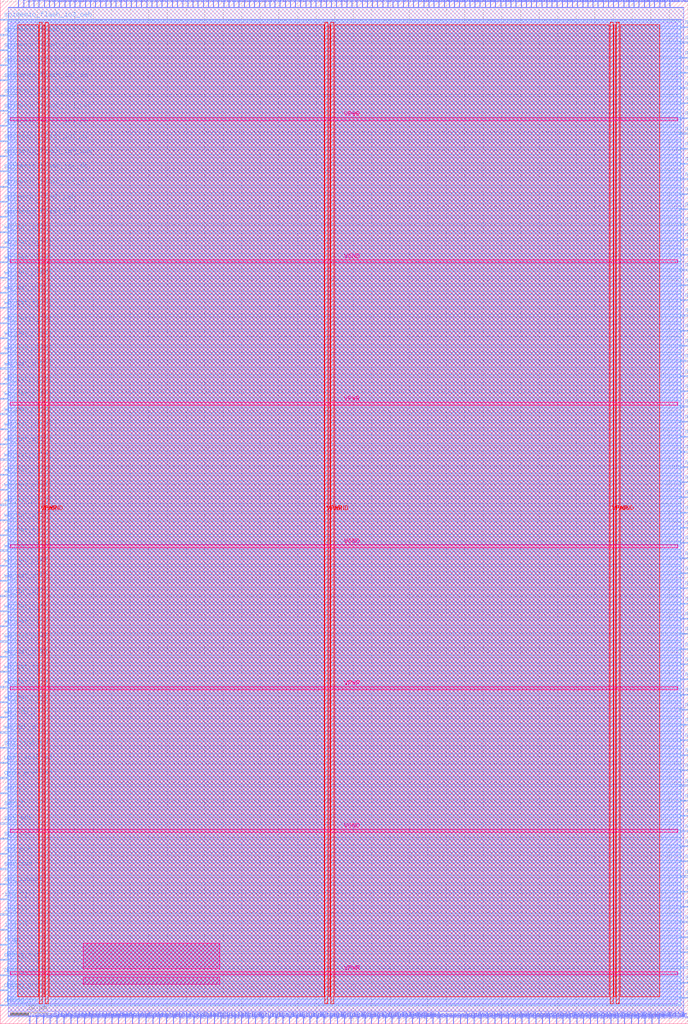
<source format=lef>
VERSION 5.7 ;
  NOWIREEXTENSIONATPIN ON ;
  DIVIDERCHAR "/" ;
  BUSBITCHARS "[]" ;
MACRO housekeeping
  CLASS BLOCK ;
  FOREIGN housekeeping ;
  ORIGIN 0.000 0.000 ;
  SIZE 370.230 BY 550.950 ;
  PIN VGND
    DIRECTION INOUT ;
    USE GROUND ;
    PORT
      LAYER met4 ;
        RECT 24.340 10.640 25.940 538.800 ;
    END
    PORT
      LAYER met4 ;
        RECT 177.940 10.640 179.540 538.800 ;
    END
    PORT
      LAYER met4 ;
        RECT 331.540 10.640 333.140 538.800 ;
    END
    PORT
      LAYER met5 ;
        RECT 5.280 103.080 364.560 104.680 ;
    END
    PORT
      LAYER met5 ;
        RECT 5.280 256.260 364.560 257.860 ;
    END
    PORT
      LAYER met5 ;
        RECT 5.280 409.440 364.560 411.040 ;
    END
  END VGND
  PIN VPWR
    DIRECTION INOUT ;
    USE POWER ;
    PORT
      LAYER met4 ;
        RECT 21.040 10.640 22.640 538.800 ;
    END
    PORT
      LAYER met4 ;
        RECT 174.640 10.640 176.240 538.800 ;
    END
    PORT
      LAYER met4 ;
        RECT 328.240 10.640 329.840 538.800 ;
    END
    PORT
      LAYER met5 ;
        RECT 5.280 26.490 364.560 28.090 ;
    END
    PORT
      LAYER met5 ;
        RECT 5.280 179.670 364.560 181.270 ;
    END
    PORT
      LAYER met5 ;
        RECT 5.280 332.850 364.560 334.450 ;
    END
    PORT
      LAYER met5 ;
        RECT 5.280 486.030 364.560 487.630 ;
    END
  END VPWR
  PIN debug_in
    DIRECTION OUTPUT TRISTATE ;
    USE SIGNAL ;
    PORT
      LAYER met3 ;
        RECT 0.000 9.560 4.000 10.160 ;
    END
  END debug_in
  PIN debug_mode
    DIRECTION INPUT ;
    USE SIGNAL ;
    PORT
      LAYER met3 ;
        RECT 0.000 17.720 4.000 18.320 ;
    END
  END debug_mode
  PIN debug_oeb
    DIRECTION INPUT ;
    USE SIGNAL ;
    PORT
      LAYER met3 ;
        RECT 0.000 25.880 4.000 26.480 ;
    END
  END debug_oeb
  PIN debug_out
    DIRECTION INPUT ;
    USE SIGNAL ;
    PORT
      LAYER met3 ;
        RECT 0.000 34.040 4.000 34.640 ;
    END
  END debug_out
  PIN irq[0]
    DIRECTION OUTPUT TRISTATE ;
    USE SIGNAL ;
    PORT
      LAYER met3 ;
        RECT 0.000 50.360 4.000 50.960 ;
    END
  END irq[0]
  PIN irq[1]
    DIRECTION OUTPUT TRISTATE ;
    USE SIGNAL ;
    PORT
      LAYER met3 ;
        RECT 0.000 58.520 4.000 59.120 ;
    END
  END irq[1]
  PIN irq[2]
    DIRECTION OUTPUT TRISTATE ;
    USE SIGNAL ;
    PORT
      LAYER met3 ;
        RECT 0.000 66.680 4.000 67.280 ;
    END
  END irq[2]
  PIN mask_rev_in[0]
    DIRECTION INPUT ;
    USE SIGNAL ;
    PORT
      LAYER met2 ;
        RECT 225.490 0.000 225.770 4.000 ;
    END
  END mask_rev_in[0]
  PIN mask_rev_in[10]
    DIRECTION INPUT ;
    USE SIGNAL ;
    PORT
      LAYER met2 ;
        RECT 262.290 0.000 262.570 4.000 ;
    END
  END mask_rev_in[10]
  PIN mask_rev_in[11]
    DIRECTION INPUT ;
    USE SIGNAL ;
    PORT
      LAYER met2 ;
        RECT 265.970 0.000 266.250 4.000 ;
    END
  END mask_rev_in[11]
  PIN mask_rev_in[12]
    DIRECTION INPUT ;
    USE SIGNAL ;
    PORT
      LAYER met2 ;
        RECT 269.650 0.000 269.930 4.000 ;
    END
  END mask_rev_in[12]
  PIN mask_rev_in[13]
    DIRECTION INPUT ;
    USE SIGNAL ;
    PORT
      LAYER met2 ;
        RECT 273.330 0.000 273.610 4.000 ;
    END
  END mask_rev_in[13]
  PIN mask_rev_in[14]
    DIRECTION INPUT ;
    USE SIGNAL ;
    PORT
      LAYER met2 ;
        RECT 277.010 0.000 277.290 4.000 ;
    END
  END mask_rev_in[14]
  PIN mask_rev_in[15]
    DIRECTION INPUT ;
    USE SIGNAL ;
    PORT
      LAYER met2 ;
        RECT 280.690 0.000 280.970 4.000 ;
    END
  END mask_rev_in[15]
  PIN mask_rev_in[16]
    DIRECTION INPUT ;
    USE SIGNAL ;
    PORT
      LAYER met2 ;
        RECT 284.370 0.000 284.650 4.000 ;
    END
  END mask_rev_in[16]
  PIN mask_rev_in[17]
    DIRECTION INPUT ;
    USE SIGNAL ;
    PORT
      LAYER met2 ;
        RECT 288.050 0.000 288.330 4.000 ;
    END
  END mask_rev_in[17]
  PIN mask_rev_in[18]
    DIRECTION INPUT ;
    USE SIGNAL ;
    PORT
      LAYER met2 ;
        RECT 291.730 0.000 292.010 4.000 ;
    END
  END mask_rev_in[18]
  PIN mask_rev_in[19]
    DIRECTION INPUT ;
    USE SIGNAL ;
    PORT
      LAYER met2 ;
        RECT 295.410 0.000 295.690 4.000 ;
    END
  END mask_rev_in[19]
  PIN mask_rev_in[1]
    DIRECTION INPUT ;
    USE SIGNAL ;
    PORT
      LAYER met2 ;
        RECT 229.170 0.000 229.450 4.000 ;
    END
  END mask_rev_in[1]
  PIN mask_rev_in[20]
    DIRECTION INPUT ;
    USE SIGNAL ;
    PORT
      LAYER met2 ;
        RECT 299.090 0.000 299.370 4.000 ;
    END
  END mask_rev_in[20]
  PIN mask_rev_in[21]
    DIRECTION INPUT ;
    USE SIGNAL ;
    PORT
      LAYER met2 ;
        RECT 302.770 0.000 303.050 4.000 ;
    END
  END mask_rev_in[21]
  PIN mask_rev_in[22]
    DIRECTION INPUT ;
    USE SIGNAL ;
    PORT
      LAYER met2 ;
        RECT 306.450 0.000 306.730 4.000 ;
    END
  END mask_rev_in[22]
  PIN mask_rev_in[23]
    DIRECTION INPUT ;
    USE SIGNAL ;
    PORT
      LAYER met2 ;
        RECT 310.130 0.000 310.410 4.000 ;
    END
  END mask_rev_in[23]
  PIN mask_rev_in[24]
    DIRECTION INPUT ;
    USE SIGNAL ;
    PORT
      LAYER met2 ;
        RECT 313.810 0.000 314.090 4.000 ;
    END
  END mask_rev_in[24]
  PIN mask_rev_in[25]
    DIRECTION INPUT ;
    USE SIGNAL ;
    PORT
      LAYER met2 ;
        RECT 317.490 0.000 317.770 4.000 ;
    END
  END mask_rev_in[25]
  PIN mask_rev_in[26]
    DIRECTION INPUT ;
    USE SIGNAL ;
    PORT
      LAYER met2 ;
        RECT 321.170 0.000 321.450 4.000 ;
    END
  END mask_rev_in[26]
  PIN mask_rev_in[27]
    DIRECTION INPUT ;
    USE SIGNAL ;
    PORT
      LAYER met2 ;
        RECT 324.850 0.000 325.130 4.000 ;
    END
  END mask_rev_in[27]
  PIN mask_rev_in[28]
    DIRECTION INPUT ;
    USE SIGNAL ;
    PORT
      LAYER met2 ;
        RECT 328.530 0.000 328.810 4.000 ;
    END
  END mask_rev_in[28]
  PIN mask_rev_in[29]
    DIRECTION INPUT ;
    USE SIGNAL ;
    PORT
      LAYER met2 ;
        RECT 332.210 0.000 332.490 4.000 ;
    END
  END mask_rev_in[29]
  PIN mask_rev_in[2]
    DIRECTION INPUT ;
    USE SIGNAL ;
    PORT
      LAYER met2 ;
        RECT 232.850 0.000 233.130 4.000 ;
    END
  END mask_rev_in[2]
  PIN mask_rev_in[30]
    DIRECTION INPUT ;
    USE SIGNAL ;
    PORT
      LAYER met2 ;
        RECT 335.890 0.000 336.170 4.000 ;
    END
  END mask_rev_in[30]
  PIN mask_rev_in[31]
    DIRECTION INPUT ;
    USE SIGNAL ;
    PORT
      LAYER met2 ;
        RECT 339.570 0.000 339.850 4.000 ;
    END
  END mask_rev_in[31]
  PIN mask_rev_in[3]
    DIRECTION INPUT ;
    USE SIGNAL ;
    PORT
      LAYER met2 ;
        RECT 236.530 0.000 236.810 4.000 ;
    END
  END mask_rev_in[3]
  PIN mask_rev_in[4]
    DIRECTION INPUT ;
    USE SIGNAL ;
    PORT
      LAYER met2 ;
        RECT 240.210 0.000 240.490 4.000 ;
    END
  END mask_rev_in[4]
  PIN mask_rev_in[5]
    DIRECTION INPUT ;
    USE SIGNAL ;
    PORT
      LAYER met2 ;
        RECT 243.890 0.000 244.170 4.000 ;
    END
  END mask_rev_in[5]
  PIN mask_rev_in[6]
    DIRECTION INPUT ;
    USE SIGNAL ;
    PORT
      LAYER met2 ;
        RECT 247.570 0.000 247.850 4.000 ;
    END
  END mask_rev_in[6]
  PIN mask_rev_in[7]
    DIRECTION INPUT ;
    USE SIGNAL ;
    PORT
      LAYER met2 ;
        RECT 251.250 0.000 251.530 4.000 ;
    END
  END mask_rev_in[7]
  PIN mask_rev_in[8]
    DIRECTION INPUT ;
    USE SIGNAL ;
    PORT
      LAYER met2 ;
        RECT 254.930 0.000 255.210 4.000 ;
    END
  END mask_rev_in[8]
  PIN mask_rev_in[9]
    DIRECTION INPUT ;
    USE SIGNAL ;
    PORT
      LAYER met2 ;
        RECT 258.610 0.000 258.890 4.000 ;
    END
  END mask_rev_in[9]
  PIN mgmt_gpio_in[0]
    DIRECTION INPUT ;
    USE SIGNAL ;
    PORT
      LAYER met3 ;
        RECT 366.230 54.440 370.230 55.040 ;
    END
  END mgmt_gpio_in[0]
  PIN mgmt_gpio_in[10]
    DIRECTION INPUT ;
    USE SIGNAL ;
    PORT
      LAYER met3 ;
        RECT 366.230 299.240 370.230 299.840 ;
    END
  END mgmt_gpio_in[10]
  PIN mgmt_gpio_in[11]
    DIRECTION INPUT ;
    USE SIGNAL ;
    PORT
      LAYER met3 ;
        RECT 366.230 323.720 370.230 324.320 ;
    END
  END mgmt_gpio_in[11]
  PIN mgmt_gpio_in[12]
    DIRECTION INPUT ;
    USE SIGNAL ;
    PORT
      LAYER met3 ;
        RECT 366.230 348.200 370.230 348.800 ;
    END
  END mgmt_gpio_in[12]
  PIN mgmt_gpio_in[13]
    DIRECTION INPUT ;
    USE SIGNAL ;
    PORT
      LAYER met3 ;
        RECT 366.230 372.680 370.230 373.280 ;
    END
  END mgmt_gpio_in[13]
  PIN mgmt_gpio_in[14]
    DIRECTION INPUT ;
    USE SIGNAL ;
    PORT
      LAYER met3 ;
        RECT 366.230 397.160 370.230 397.760 ;
    END
  END mgmt_gpio_in[14]
  PIN mgmt_gpio_in[15]
    DIRECTION INPUT ;
    USE SIGNAL ;
    PORT
      LAYER met3 ;
        RECT 366.230 421.640 370.230 422.240 ;
    END
  END mgmt_gpio_in[15]
  PIN mgmt_gpio_in[16]
    DIRECTION INPUT ;
    USE SIGNAL ;
    PORT
      LAYER met3 ;
        RECT 366.230 446.120 370.230 446.720 ;
    END
  END mgmt_gpio_in[16]
  PIN mgmt_gpio_in[17]
    DIRECTION INPUT ;
    USE SIGNAL ;
    PORT
      LAYER met3 ;
        RECT 366.230 470.600 370.230 471.200 ;
    END
  END mgmt_gpio_in[17]
  PIN mgmt_gpio_in[18]
    DIRECTION INPUT ;
    USE SIGNAL ;
    PORT
      LAYER met3 ;
        RECT 366.230 495.080 370.230 495.680 ;
    END
  END mgmt_gpio_in[18]
  PIN mgmt_gpio_in[19]
    DIRECTION INPUT ;
    USE SIGNAL ;
    PORT
      LAYER met3 ;
        RECT 366.230 519.560 370.230 520.160 ;
    END
  END mgmt_gpio_in[19]
  PIN mgmt_gpio_in[1]
    DIRECTION INPUT ;
    USE SIGNAL ;
    PORT
      LAYER met3 ;
        RECT 366.230 78.920 370.230 79.520 ;
    END
  END mgmt_gpio_in[1]
  PIN mgmt_gpio_in[20]
    DIRECTION INPUT ;
    USE SIGNAL ;
    PORT
      LAYER met2 ;
        RECT 213.990 546.950 214.270 550.950 ;
    END
  END mgmt_gpio_in[20]
  PIN mgmt_gpio_in[21]
    DIRECTION INPUT ;
    USE SIGNAL ;
    PORT
      LAYER met2 ;
        RECT 222.270 546.950 222.550 550.950 ;
    END
  END mgmt_gpio_in[21]
  PIN mgmt_gpio_in[22]
    DIRECTION INPUT ;
    USE SIGNAL ;
    PORT
      LAYER met2 ;
        RECT 230.550 546.950 230.830 550.950 ;
    END
  END mgmt_gpio_in[22]
  PIN mgmt_gpio_in[23]
    DIRECTION INPUT ;
    USE SIGNAL ;
    PORT
      LAYER met2 ;
        RECT 238.830 546.950 239.110 550.950 ;
    END
  END mgmt_gpio_in[23]
  PIN mgmt_gpio_in[24]
    DIRECTION INPUT ;
    USE SIGNAL ;
    PORT
      LAYER met2 ;
        RECT 247.110 546.950 247.390 550.950 ;
    END
  END mgmt_gpio_in[24]
  PIN mgmt_gpio_in[25]
    DIRECTION INPUT ;
    USE SIGNAL ;
    PORT
      LAYER met2 ;
        RECT 255.390 546.950 255.670 550.950 ;
    END
  END mgmt_gpio_in[25]
  PIN mgmt_gpio_in[26]
    DIRECTION INPUT ;
    USE SIGNAL ;
    PORT
      LAYER met2 ;
        RECT 263.670 546.950 263.950 550.950 ;
    END
  END mgmt_gpio_in[26]
  PIN mgmt_gpio_in[27]
    DIRECTION INPUT ;
    USE SIGNAL ;
    PORT
      LAYER met2 ;
        RECT 271.950 546.950 272.230 550.950 ;
    END
  END mgmt_gpio_in[27]
  PIN mgmt_gpio_in[28]
    DIRECTION INPUT ;
    USE SIGNAL ;
    PORT
      LAYER met2 ;
        RECT 280.230 546.950 280.510 550.950 ;
    END
  END mgmt_gpio_in[28]
  PIN mgmt_gpio_in[29]
    DIRECTION INPUT ;
    USE SIGNAL ;
    PORT
      LAYER met2 ;
        RECT 288.510 546.950 288.790 550.950 ;
    END
  END mgmt_gpio_in[29]
  PIN mgmt_gpio_in[2]
    DIRECTION INPUT ;
    USE SIGNAL ;
    PORT
      LAYER met3 ;
        RECT 366.230 103.400 370.230 104.000 ;
    END
  END mgmt_gpio_in[2]
  PIN mgmt_gpio_in[30]
    DIRECTION INPUT ;
    USE SIGNAL ;
    PORT
      LAYER met2 ;
        RECT 296.790 546.950 297.070 550.950 ;
    END
  END mgmt_gpio_in[30]
  PIN mgmt_gpio_in[31]
    DIRECTION INPUT ;
    USE SIGNAL ;
    PORT
      LAYER met2 ;
        RECT 305.070 546.950 305.350 550.950 ;
    END
  END mgmt_gpio_in[31]
  PIN mgmt_gpio_in[32]
    DIRECTION INPUT ;
    USE SIGNAL ;
    PORT
      LAYER met2 ;
        RECT 313.350 546.950 313.630 550.950 ;
    END
  END mgmt_gpio_in[32]
  PIN mgmt_gpio_in[33]
    DIRECTION INPUT ;
    USE SIGNAL ;
    PORT
      LAYER met2 ;
        RECT 321.630 546.950 321.910 550.950 ;
    END
  END mgmt_gpio_in[33]
  PIN mgmt_gpio_in[34]
    DIRECTION INPUT ;
    USE SIGNAL ;
    PORT
      LAYER met2 ;
        RECT 329.910 546.950 330.190 550.950 ;
    END
  END mgmt_gpio_in[34]
  PIN mgmt_gpio_in[35]
    DIRECTION INPUT ;
    USE SIGNAL ;
    PORT
      LAYER met2 ;
        RECT 338.190 546.950 338.470 550.950 ;
    END
  END mgmt_gpio_in[35]
  PIN mgmt_gpio_in[36]
    DIRECTION INPUT ;
    USE SIGNAL ;
    PORT
      LAYER met2 ;
        RECT 346.470 546.950 346.750 550.950 ;
    END
  END mgmt_gpio_in[36]
  PIN mgmt_gpio_in[37]
    DIRECTION INPUT ;
    USE SIGNAL ;
    PORT
      LAYER met2 ;
        RECT 354.750 546.950 355.030 550.950 ;
    END
  END mgmt_gpio_in[37]
  PIN mgmt_gpio_in[3]
    DIRECTION INPUT ;
    USE SIGNAL ;
    PORT
      LAYER met3 ;
        RECT 366.230 127.880 370.230 128.480 ;
    END
  END mgmt_gpio_in[3]
  PIN mgmt_gpio_in[4]
    DIRECTION INPUT ;
    USE SIGNAL ;
    PORT
      LAYER met3 ;
        RECT 366.230 152.360 370.230 152.960 ;
    END
  END mgmt_gpio_in[4]
  PIN mgmt_gpio_in[5]
    DIRECTION INPUT ;
    USE SIGNAL ;
    PORT
      LAYER met3 ;
        RECT 366.230 176.840 370.230 177.440 ;
    END
  END mgmt_gpio_in[5]
  PIN mgmt_gpio_in[6]
    DIRECTION INPUT ;
    USE SIGNAL ;
    PORT
      LAYER met3 ;
        RECT 366.230 201.320 370.230 201.920 ;
    END
  END mgmt_gpio_in[6]
  PIN mgmt_gpio_in[7]
    DIRECTION INPUT ;
    USE SIGNAL ;
    PORT
      LAYER met3 ;
        RECT 366.230 225.800 370.230 226.400 ;
    END
  END mgmt_gpio_in[7]
  PIN mgmt_gpio_in[8]
    DIRECTION INPUT ;
    USE SIGNAL ;
    PORT
      LAYER met3 ;
        RECT 366.230 250.280 370.230 250.880 ;
    END
  END mgmt_gpio_in[8]
  PIN mgmt_gpio_in[9]
    DIRECTION INPUT ;
    USE SIGNAL ;
    PORT
      LAYER met3 ;
        RECT 366.230 274.760 370.230 275.360 ;
    END
  END mgmt_gpio_in[9]
  PIN mgmt_gpio_oeb[0]
    DIRECTION OUTPUT TRISTATE ;
    USE SIGNAL ;
    PORT
      LAYER met3 ;
        RECT 366.230 62.600 370.230 63.200 ;
    END
  END mgmt_gpio_oeb[0]
  PIN mgmt_gpio_oeb[10]
    DIRECTION OUTPUT TRISTATE ;
    USE SIGNAL ;
    PORT
      LAYER met3 ;
        RECT 366.230 307.400 370.230 308.000 ;
    END
  END mgmt_gpio_oeb[10]
  PIN mgmt_gpio_oeb[11]
    DIRECTION OUTPUT TRISTATE ;
    USE SIGNAL ;
    PORT
      LAYER met3 ;
        RECT 366.230 331.880 370.230 332.480 ;
    END
  END mgmt_gpio_oeb[11]
  PIN mgmt_gpio_oeb[12]
    DIRECTION OUTPUT TRISTATE ;
    USE SIGNAL ;
    PORT
      LAYER met3 ;
        RECT 366.230 356.360 370.230 356.960 ;
    END
  END mgmt_gpio_oeb[12]
  PIN mgmt_gpio_oeb[13]
    DIRECTION OUTPUT TRISTATE ;
    USE SIGNAL ;
    PORT
      LAYER met3 ;
        RECT 366.230 380.840 370.230 381.440 ;
    END
  END mgmt_gpio_oeb[13]
  PIN mgmt_gpio_oeb[14]
    DIRECTION OUTPUT TRISTATE ;
    USE SIGNAL ;
    PORT
      LAYER met3 ;
        RECT 366.230 405.320 370.230 405.920 ;
    END
  END mgmt_gpio_oeb[14]
  PIN mgmt_gpio_oeb[15]
    DIRECTION OUTPUT TRISTATE ;
    USE SIGNAL ;
    PORT
      LAYER met3 ;
        RECT 366.230 429.800 370.230 430.400 ;
    END
  END mgmt_gpio_oeb[15]
  PIN mgmt_gpio_oeb[16]
    DIRECTION OUTPUT TRISTATE ;
    USE SIGNAL ;
    PORT
      LAYER met3 ;
        RECT 366.230 454.280 370.230 454.880 ;
    END
  END mgmt_gpio_oeb[16]
  PIN mgmt_gpio_oeb[17]
    DIRECTION OUTPUT TRISTATE ;
    USE SIGNAL ;
    PORT
      LAYER met3 ;
        RECT 366.230 478.760 370.230 479.360 ;
    END
  END mgmt_gpio_oeb[17]
  PIN mgmt_gpio_oeb[18]
    DIRECTION OUTPUT TRISTATE ;
    USE SIGNAL ;
    PORT
      LAYER met3 ;
        RECT 366.230 503.240 370.230 503.840 ;
    END
  END mgmt_gpio_oeb[18]
  PIN mgmt_gpio_oeb[19]
    DIRECTION OUTPUT TRISTATE ;
    USE SIGNAL ;
    PORT
      LAYER met3 ;
        RECT 366.230 527.720 370.230 528.320 ;
    END
  END mgmt_gpio_oeb[19]
  PIN mgmt_gpio_oeb[1]
    DIRECTION OUTPUT TRISTATE ;
    USE SIGNAL ;
    PORT
      LAYER met3 ;
        RECT 366.230 87.080 370.230 87.680 ;
    END
  END mgmt_gpio_oeb[1]
  PIN mgmt_gpio_oeb[20]
    DIRECTION OUTPUT TRISTATE ;
    USE SIGNAL ;
    PORT
      LAYER met2 ;
        RECT 216.750 546.950 217.030 550.950 ;
    END
  END mgmt_gpio_oeb[20]
  PIN mgmt_gpio_oeb[21]
    DIRECTION OUTPUT TRISTATE ;
    USE SIGNAL ;
    PORT
      LAYER met2 ;
        RECT 225.030 546.950 225.310 550.950 ;
    END
  END mgmt_gpio_oeb[21]
  PIN mgmt_gpio_oeb[22]
    DIRECTION OUTPUT TRISTATE ;
    USE SIGNAL ;
    PORT
      LAYER met2 ;
        RECT 233.310 546.950 233.590 550.950 ;
    END
  END mgmt_gpio_oeb[22]
  PIN mgmt_gpio_oeb[23]
    DIRECTION OUTPUT TRISTATE ;
    USE SIGNAL ;
    PORT
      LAYER met2 ;
        RECT 241.590 546.950 241.870 550.950 ;
    END
  END mgmt_gpio_oeb[23]
  PIN mgmt_gpio_oeb[24]
    DIRECTION OUTPUT TRISTATE ;
    USE SIGNAL ;
    PORT
      LAYER met2 ;
        RECT 249.870 546.950 250.150 550.950 ;
    END
  END mgmt_gpio_oeb[24]
  PIN mgmt_gpio_oeb[25]
    DIRECTION OUTPUT TRISTATE ;
    USE SIGNAL ;
    PORT
      LAYER met2 ;
        RECT 258.150 546.950 258.430 550.950 ;
    END
  END mgmt_gpio_oeb[25]
  PIN mgmt_gpio_oeb[26]
    DIRECTION OUTPUT TRISTATE ;
    USE SIGNAL ;
    PORT
      LAYER met2 ;
        RECT 266.430 546.950 266.710 550.950 ;
    END
  END mgmt_gpio_oeb[26]
  PIN mgmt_gpio_oeb[27]
    DIRECTION OUTPUT TRISTATE ;
    USE SIGNAL ;
    PORT
      LAYER met2 ;
        RECT 274.710 546.950 274.990 550.950 ;
    END
  END mgmt_gpio_oeb[27]
  PIN mgmt_gpio_oeb[28]
    DIRECTION OUTPUT TRISTATE ;
    USE SIGNAL ;
    PORT
      LAYER met2 ;
        RECT 282.990 546.950 283.270 550.950 ;
    END
  END mgmt_gpio_oeb[28]
  PIN mgmt_gpio_oeb[29]
    DIRECTION OUTPUT TRISTATE ;
    USE SIGNAL ;
    PORT
      LAYER met2 ;
        RECT 291.270 546.950 291.550 550.950 ;
    END
  END mgmt_gpio_oeb[29]
  PIN mgmt_gpio_oeb[2]
    DIRECTION OUTPUT TRISTATE ;
    USE SIGNAL ;
    PORT
      LAYER met3 ;
        RECT 366.230 111.560 370.230 112.160 ;
    END
  END mgmt_gpio_oeb[2]
  PIN mgmt_gpio_oeb[30]
    DIRECTION OUTPUT TRISTATE ;
    USE SIGNAL ;
    PORT
      LAYER met2 ;
        RECT 299.550 546.950 299.830 550.950 ;
    END
  END mgmt_gpio_oeb[30]
  PIN mgmt_gpio_oeb[31]
    DIRECTION OUTPUT TRISTATE ;
    USE SIGNAL ;
    PORT
      LAYER met2 ;
        RECT 307.830 546.950 308.110 550.950 ;
    END
  END mgmt_gpio_oeb[31]
  PIN mgmt_gpio_oeb[32]
    DIRECTION OUTPUT TRISTATE ;
    USE SIGNAL ;
    PORT
      LAYER met2 ;
        RECT 316.110 546.950 316.390 550.950 ;
    END
  END mgmt_gpio_oeb[32]
  PIN mgmt_gpio_oeb[33]
    DIRECTION OUTPUT TRISTATE ;
    USE SIGNAL ;
    PORT
      LAYER met2 ;
        RECT 324.390 546.950 324.670 550.950 ;
    END
  END mgmt_gpio_oeb[33]
  PIN mgmt_gpio_oeb[34]
    DIRECTION OUTPUT TRISTATE ;
    USE SIGNAL ;
    PORT
      LAYER met2 ;
        RECT 332.670 546.950 332.950 550.950 ;
    END
  END mgmt_gpio_oeb[34]
  PIN mgmt_gpio_oeb[35]
    DIRECTION OUTPUT TRISTATE ;
    USE SIGNAL ;
    PORT
      LAYER met2 ;
        RECT 340.950 546.950 341.230 550.950 ;
    END
  END mgmt_gpio_oeb[35]
  PIN mgmt_gpio_oeb[36]
    DIRECTION OUTPUT TRISTATE ;
    USE SIGNAL ;
    PORT
      LAYER met2 ;
        RECT 349.230 546.950 349.510 550.950 ;
    END
  END mgmt_gpio_oeb[36]
  PIN mgmt_gpio_oeb[37]
    DIRECTION OUTPUT TRISTATE ;
    USE SIGNAL ;
    PORT
      LAYER met2 ;
        RECT 357.510 546.950 357.790 550.950 ;
    END
  END mgmt_gpio_oeb[37]
  PIN mgmt_gpio_oeb[3]
    DIRECTION OUTPUT TRISTATE ;
    USE SIGNAL ;
    PORT
      LAYER met3 ;
        RECT 366.230 136.040 370.230 136.640 ;
    END
  END mgmt_gpio_oeb[3]
  PIN mgmt_gpio_oeb[4]
    DIRECTION OUTPUT TRISTATE ;
    USE SIGNAL ;
    PORT
      LAYER met3 ;
        RECT 366.230 160.520 370.230 161.120 ;
    END
  END mgmt_gpio_oeb[4]
  PIN mgmt_gpio_oeb[5]
    DIRECTION OUTPUT TRISTATE ;
    USE SIGNAL ;
    PORT
      LAYER met3 ;
        RECT 366.230 185.000 370.230 185.600 ;
    END
  END mgmt_gpio_oeb[5]
  PIN mgmt_gpio_oeb[6]
    DIRECTION OUTPUT TRISTATE ;
    USE SIGNAL ;
    PORT
      LAYER met3 ;
        RECT 366.230 209.480 370.230 210.080 ;
    END
  END mgmt_gpio_oeb[6]
  PIN mgmt_gpio_oeb[7]
    DIRECTION OUTPUT TRISTATE ;
    USE SIGNAL ;
    PORT
      LAYER met3 ;
        RECT 366.230 233.960 370.230 234.560 ;
    END
  END mgmt_gpio_oeb[7]
  PIN mgmt_gpio_oeb[8]
    DIRECTION OUTPUT TRISTATE ;
    USE SIGNAL ;
    PORT
      LAYER met3 ;
        RECT 366.230 258.440 370.230 259.040 ;
    END
  END mgmt_gpio_oeb[8]
  PIN mgmt_gpio_oeb[9]
    DIRECTION OUTPUT TRISTATE ;
    USE SIGNAL ;
    PORT
      LAYER met3 ;
        RECT 366.230 282.920 370.230 283.520 ;
    END
  END mgmt_gpio_oeb[9]
  PIN mgmt_gpio_out[0]
    DIRECTION OUTPUT TRISTATE ;
    USE SIGNAL ;
    PORT
      LAYER met3 ;
        RECT 366.230 70.760 370.230 71.360 ;
    END
  END mgmt_gpio_out[0]
  PIN mgmt_gpio_out[10]
    DIRECTION OUTPUT TRISTATE ;
    USE SIGNAL ;
    PORT
      LAYER met3 ;
        RECT 366.230 315.560 370.230 316.160 ;
    END
  END mgmt_gpio_out[10]
  PIN mgmt_gpio_out[11]
    DIRECTION OUTPUT TRISTATE ;
    USE SIGNAL ;
    PORT
      LAYER met3 ;
        RECT 366.230 340.040 370.230 340.640 ;
    END
  END mgmt_gpio_out[11]
  PIN mgmt_gpio_out[12]
    DIRECTION OUTPUT TRISTATE ;
    USE SIGNAL ;
    PORT
      LAYER met3 ;
        RECT 366.230 364.520 370.230 365.120 ;
    END
  END mgmt_gpio_out[12]
  PIN mgmt_gpio_out[13]
    DIRECTION OUTPUT TRISTATE ;
    USE SIGNAL ;
    PORT
      LAYER met3 ;
        RECT 366.230 389.000 370.230 389.600 ;
    END
  END mgmt_gpio_out[13]
  PIN mgmt_gpio_out[14]
    DIRECTION OUTPUT TRISTATE ;
    USE SIGNAL ;
    PORT
      LAYER met3 ;
        RECT 366.230 413.480 370.230 414.080 ;
    END
  END mgmt_gpio_out[14]
  PIN mgmt_gpio_out[15]
    DIRECTION OUTPUT TRISTATE ;
    USE SIGNAL ;
    PORT
      LAYER met3 ;
        RECT 366.230 437.960 370.230 438.560 ;
    END
  END mgmt_gpio_out[15]
  PIN mgmt_gpio_out[16]
    DIRECTION OUTPUT TRISTATE ;
    USE SIGNAL ;
    PORT
      LAYER met3 ;
        RECT 366.230 462.440 370.230 463.040 ;
    END
  END mgmt_gpio_out[16]
  PIN mgmt_gpio_out[17]
    DIRECTION OUTPUT TRISTATE ;
    USE SIGNAL ;
    PORT
      LAYER met3 ;
        RECT 366.230 486.920 370.230 487.520 ;
    END
  END mgmt_gpio_out[17]
  PIN mgmt_gpio_out[18]
    DIRECTION OUTPUT TRISTATE ;
    USE SIGNAL ;
    PORT
      LAYER met3 ;
        RECT 366.230 511.400 370.230 512.000 ;
    END
  END mgmt_gpio_out[18]
  PIN mgmt_gpio_out[19]
    DIRECTION OUTPUT TRISTATE ;
    USE SIGNAL ;
    PORT
      LAYER met3 ;
        RECT 366.230 535.880 370.230 536.480 ;
    END
  END mgmt_gpio_out[19]
  PIN mgmt_gpio_out[1]
    DIRECTION OUTPUT TRISTATE ;
    USE SIGNAL ;
    PORT
      LAYER met3 ;
        RECT 366.230 95.240 370.230 95.840 ;
    END
  END mgmt_gpio_out[1]
  PIN mgmt_gpio_out[20]
    DIRECTION OUTPUT TRISTATE ;
    USE SIGNAL ;
    PORT
      LAYER met2 ;
        RECT 219.510 546.950 219.790 550.950 ;
    END
  END mgmt_gpio_out[20]
  PIN mgmt_gpio_out[21]
    DIRECTION OUTPUT TRISTATE ;
    USE SIGNAL ;
    PORT
      LAYER met2 ;
        RECT 227.790 546.950 228.070 550.950 ;
    END
  END mgmt_gpio_out[21]
  PIN mgmt_gpio_out[22]
    DIRECTION OUTPUT TRISTATE ;
    USE SIGNAL ;
    PORT
      LAYER met2 ;
        RECT 236.070 546.950 236.350 550.950 ;
    END
  END mgmt_gpio_out[22]
  PIN mgmt_gpio_out[23]
    DIRECTION OUTPUT TRISTATE ;
    USE SIGNAL ;
    PORT
      LAYER met2 ;
        RECT 244.350 546.950 244.630 550.950 ;
    END
  END mgmt_gpio_out[23]
  PIN mgmt_gpio_out[24]
    DIRECTION OUTPUT TRISTATE ;
    USE SIGNAL ;
    PORT
      LAYER met2 ;
        RECT 252.630 546.950 252.910 550.950 ;
    END
  END mgmt_gpio_out[24]
  PIN mgmt_gpio_out[25]
    DIRECTION OUTPUT TRISTATE ;
    USE SIGNAL ;
    PORT
      LAYER met2 ;
        RECT 260.910 546.950 261.190 550.950 ;
    END
  END mgmt_gpio_out[25]
  PIN mgmt_gpio_out[26]
    DIRECTION OUTPUT TRISTATE ;
    USE SIGNAL ;
    PORT
      LAYER met2 ;
        RECT 269.190 546.950 269.470 550.950 ;
    END
  END mgmt_gpio_out[26]
  PIN mgmt_gpio_out[27]
    DIRECTION OUTPUT TRISTATE ;
    USE SIGNAL ;
    PORT
      LAYER met2 ;
        RECT 277.470 546.950 277.750 550.950 ;
    END
  END mgmt_gpio_out[27]
  PIN mgmt_gpio_out[28]
    DIRECTION OUTPUT TRISTATE ;
    USE SIGNAL ;
    PORT
      LAYER met2 ;
        RECT 285.750 546.950 286.030 550.950 ;
    END
  END mgmt_gpio_out[28]
  PIN mgmt_gpio_out[29]
    DIRECTION OUTPUT TRISTATE ;
    USE SIGNAL ;
    PORT
      LAYER met2 ;
        RECT 294.030 546.950 294.310 550.950 ;
    END
  END mgmt_gpio_out[29]
  PIN mgmt_gpio_out[2]
    DIRECTION OUTPUT TRISTATE ;
    USE SIGNAL ;
    PORT
      LAYER met3 ;
        RECT 366.230 119.720 370.230 120.320 ;
    END
  END mgmt_gpio_out[2]
  PIN mgmt_gpio_out[30]
    DIRECTION OUTPUT TRISTATE ;
    USE SIGNAL ;
    PORT
      LAYER met2 ;
        RECT 302.310 546.950 302.590 550.950 ;
    END
  END mgmt_gpio_out[30]
  PIN mgmt_gpio_out[31]
    DIRECTION OUTPUT TRISTATE ;
    USE SIGNAL ;
    PORT
      LAYER met2 ;
        RECT 310.590 546.950 310.870 550.950 ;
    END
  END mgmt_gpio_out[31]
  PIN mgmt_gpio_out[32]
    DIRECTION OUTPUT TRISTATE ;
    USE SIGNAL ;
    PORT
      LAYER met2 ;
        RECT 318.870 546.950 319.150 550.950 ;
    END
  END mgmt_gpio_out[32]
  PIN mgmt_gpio_out[33]
    DIRECTION OUTPUT TRISTATE ;
    USE SIGNAL ;
    PORT
      LAYER met2 ;
        RECT 327.150 546.950 327.430 550.950 ;
    END
  END mgmt_gpio_out[33]
  PIN mgmt_gpio_out[34]
    DIRECTION OUTPUT TRISTATE ;
    USE SIGNAL ;
    PORT
      LAYER met2 ;
        RECT 335.430 546.950 335.710 550.950 ;
    END
  END mgmt_gpio_out[34]
  PIN mgmt_gpio_out[35]
    DIRECTION OUTPUT TRISTATE ;
    USE SIGNAL ;
    PORT
      LAYER met2 ;
        RECT 343.710 546.950 343.990 550.950 ;
    END
  END mgmt_gpio_out[35]
  PIN mgmt_gpio_out[36]
    DIRECTION OUTPUT TRISTATE ;
    USE SIGNAL ;
    PORT
      LAYER met2 ;
        RECT 351.990 546.950 352.270 550.950 ;
    END
  END mgmt_gpio_out[36]
  PIN mgmt_gpio_out[37]
    DIRECTION OUTPUT TRISTATE ;
    USE SIGNAL ;
    PORT
      LAYER met2 ;
        RECT 360.270 546.950 360.550 550.950 ;
    END
  END mgmt_gpio_out[37]
  PIN mgmt_gpio_out[3]
    DIRECTION OUTPUT TRISTATE ;
    USE SIGNAL ;
    PORT
      LAYER met3 ;
        RECT 366.230 144.200 370.230 144.800 ;
    END
  END mgmt_gpio_out[3]
  PIN mgmt_gpio_out[4]
    DIRECTION OUTPUT TRISTATE ;
    USE SIGNAL ;
    PORT
      LAYER met3 ;
        RECT 366.230 168.680 370.230 169.280 ;
    END
  END mgmt_gpio_out[4]
  PIN mgmt_gpio_out[5]
    DIRECTION OUTPUT TRISTATE ;
    USE SIGNAL ;
    PORT
      LAYER met3 ;
        RECT 366.230 193.160 370.230 193.760 ;
    END
  END mgmt_gpio_out[5]
  PIN mgmt_gpio_out[6]
    DIRECTION OUTPUT TRISTATE ;
    USE SIGNAL ;
    PORT
      LAYER met3 ;
        RECT 366.230 217.640 370.230 218.240 ;
    END
  END mgmt_gpio_out[6]
  PIN mgmt_gpio_out[7]
    DIRECTION OUTPUT TRISTATE ;
    USE SIGNAL ;
    PORT
      LAYER met3 ;
        RECT 366.230 242.120 370.230 242.720 ;
    END
  END mgmt_gpio_out[7]
  PIN mgmt_gpio_out[8]
    DIRECTION OUTPUT TRISTATE ;
    USE SIGNAL ;
    PORT
      LAYER met3 ;
        RECT 366.230 266.600 370.230 267.200 ;
    END
  END mgmt_gpio_out[8]
  PIN mgmt_gpio_out[9]
    DIRECTION OUTPUT TRISTATE ;
    USE SIGNAL ;
    PORT
      LAYER met3 ;
        RECT 366.230 291.080 370.230 291.680 ;
    END
  END mgmt_gpio_out[9]
  PIN pad_flash_clk
    DIRECTION OUTPUT TRISTATE ;
    USE SIGNAL ;
    PORT
      LAYER met2 ;
        RECT 19.410 0.000 19.690 4.000 ;
    END
  END pad_flash_clk
  PIN pad_flash_clk_oeb
    DIRECTION OUTPUT TRISTATE ;
    USE SIGNAL ;
    PORT
      LAYER met2 ;
        RECT 23.090 0.000 23.370 4.000 ;
    END
  END pad_flash_clk_oeb
  PIN pad_flash_csb
    DIRECTION OUTPUT TRISTATE ;
    USE SIGNAL ;
    PORT
      LAYER met2 ;
        RECT 26.770 0.000 27.050 4.000 ;
    END
  END pad_flash_csb
  PIN pad_flash_csb_oeb
    DIRECTION OUTPUT TRISTATE ;
    USE SIGNAL ;
    PORT
      LAYER met2 ;
        RECT 30.450 0.000 30.730 4.000 ;
    END
  END pad_flash_csb_oeb
  PIN pad_flash_io0_di
    DIRECTION INPUT ;
    USE SIGNAL ;
    PORT
      LAYER met2 ;
        RECT 34.130 0.000 34.410 4.000 ;
    END
  END pad_flash_io0_di
  PIN pad_flash_io0_do
    DIRECTION OUTPUT TRISTATE ;
    USE SIGNAL ;
    PORT
      LAYER met2 ;
        RECT 37.810 0.000 38.090 4.000 ;
    END
  END pad_flash_io0_do
  PIN pad_flash_io0_ieb
    DIRECTION OUTPUT TRISTATE ;
    USE SIGNAL ;
    PORT
      LAYER met2 ;
        RECT 41.490 0.000 41.770 4.000 ;
    END
  END pad_flash_io0_ieb
  PIN pad_flash_io0_oeb
    DIRECTION OUTPUT TRISTATE ;
    USE SIGNAL ;
    PORT
      LAYER met2 ;
        RECT 45.170 0.000 45.450 4.000 ;
    END
  END pad_flash_io0_oeb
  PIN pad_flash_io1_di
    DIRECTION INPUT ;
    USE SIGNAL ;
    PORT
      LAYER met2 ;
        RECT 48.850 0.000 49.130 4.000 ;
    END
  END pad_flash_io1_di
  PIN pad_flash_io1_do
    DIRECTION OUTPUT TRISTATE ;
    USE SIGNAL ;
    PORT
      LAYER met2 ;
        RECT 52.530 0.000 52.810 4.000 ;
    END
  END pad_flash_io1_do
  PIN pad_flash_io1_ieb
    DIRECTION OUTPUT TRISTATE ;
    USE SIGNAL ;
    PORT
      LAYER met2 ;
        RECT 56.210 0.000 56.490 4.000 ;
    END
  END pad_flash_io1_ieb
  PIN pad_flash_io1_oeb
    DIRECTION OUTPUT TRISTATE ;
    USE SIGNAL ;
    PORT
      LAYER met2 ;
        RECT 59.890 0.000 60.170 4.000 ;
    END
  END pad_flash_io1_oeb
  PIN pll90_sel[0]
    DIRECTION OUTPUT TRISTATE ;
    USE SIGNAL ;
    PORT
      LAYER met2 ;
        RECT 107.730 0.000 108.010 4.000 ;
    END
  END pll90_sel[0]
  PIN pll90_sel[1]
    DIRECTION OUTPUT TRISTATE ;
    USE SIGNAL ;
    PORT
      LAYER met2 ;
        RECT 111.410 0.000 111.690 4.000 ;
    END
  END pll90_sel[1]
  PIN pll90_sel[2]
    DIRECTION OUTPUT TRISTATE ;
    USE SIGNAL ;
    PORT
      LAYER met2 ;
        RECT 115.090 0.000 115.370 4.000 ;
    END
  END pll90_sel[2]
  PIN pll_bypass
    DIRECTION OUTPUT TRISTATE ;
    USE SIGNAL ;
    PORT
      LAYER met2 ;
        RECT 214.450 0.000 214.730 4.000 ;
    END
  END pll_bypass
  PIN pll_dco_ena
    DIRECTION OUTPUT TRISTATE ;
    USE SIGNAL ;
    PORT
      LAYER met2 ;
        RECT 74.610 0.000 74.890 4.000 ;
    END
  END pll_dco_ena
  PIN pll_div[0]
    DIRECTION OUTPUT TRISTATE ;
    USE SIGNAL ;
    PORT
      LAYER met2 ;
        RECT 78.290 0.000 78.570 4.000 ;
    END
  END pll_div[0]
  PIN pll_div[1]
    DIRECTION OUTPUT TRISTATE ;
    USE SIGNAL ;
    PORT
      LAYER met2 ;
        RECT 81.970 0.000 82.250 4.000 ;
    END
  END pll_div[1]
  PIN pll_div[2]
    DIRECTION OUTPUT TRISTATE ;
    USE SIGNAL ;
    PORT
      LAYER met2 ;
        RECT 85.650 0.000 85.930 4.000 ;
    END
  END pll_div[2]
  PIN pll_div[3]
    DIRECTION OUTPUT TRISTATE ;
    USE SIGNAL ;
    PORT
      LAYER met2 ;
        RECT 89.330 0.000 89.610 4.000 ;
    END
  END pll_div[3]
  PIN pll_div[4]
    DIRECTION OUTPUT TRISTATE ;
    USE SIGNAL ;
    PORT
      LAYER met2 ;
        RECT 93.010 0.000 93.290 4.000 ;
    END
  END pll_div[4]
  PIN pll_ena
    DIRECTION OUTPUT TRISTATE ;
    USE SIGNAL ;
    PORT
      LAYER met2 ;
        RECT 70.930 0.000 71.210 4.000 ;
    END
  END pll_ena
  PIN pll_sel[0]
    DIRECTION OUTPUT TRISTATE ;
    USE SIGNAL ;
    PORT
      LAYER met2 ;
        RECT 96.690 0.000 96.970 4.000 ;
    END
  END pll_sel[0]
  PIN pll_sel[1]
    DIRECTION OUTPUT TRISTATE ;
    USE SIGNAL ;
    PORT
      LAYER met2 ;
        RECT 100.370 0.000 100.650 4.000 ;
    END
  END pll_sel[1]
  PIN pll_sel[2]
    DIRECTION OUTPUT TRISTATE ;
    USE SIGNAL ;
    PORT
      LAYER met2 ;
        RECT 104.050 0.000 104.330 4.000 ;
    END
  END pll_sel[2]
  PIN pll_trim[0]
    DIRECTION OUTPUT TRISTATE ;
    USE SIGNAL ;
    PORT
      LAYER met2 ;
        RECT 118.770 0.000 119.050 4.000 ;
    END
  END pll_trim[0]
  PIN pll_trim[10]
    DIRECTION OUTPUT TRISTATE ;
    USE SIGNAL ;
    PORT
      LAYER met2 ;
        RECT 155.570 0.000 155.850 4.000 ;
    END
  END pll_trim[10]
  PIN pll_trim[11]
    DIRECTION OUTPUT TRISTATE ;
    USE SIGNAL ;
    PORT
      LAYER met2 ;
        RECT 159.250 0.000 159.530 4.000 ;
    END
  END pll_trim[11]
  PIN pll_trim[12]
    DIRECTION OUTPUT TRISTATE ;
    USE SIGNAL ;
    PORT
      LAYER met2 ;
        RECT 162.930 0.000 163.210 4.000 ;
    END
  END pll_trim[12]
  PIN pll_trim[13]
    DIRECTION OUTPUT TRISTATE ;
    USE SIGNAL ;
    PORT
      LAYER met2 ;
        RECT 166.610 0.000 166.890 4.000 ;
    END
  END pll_trim[13]
  PIN pll_trim[14]
    DIRECTION OUTPUT TRISTATE ;
    USE SIGNAL ;
    PORT
      LAYER met2 ;
        RECT 170.290 0.000 170.570 4.000 ;
    END
  END pll_trim[14]
  PIN pll_trim[15]
    DIRECTION OUTPUT TRISTATE ;
    USE SIGNAL ;
    PORT
      LAYER met2 ;
        RECT 173.970 0.000 174.250 4.000 ;
    END
  END pll_trim[15]
  PIN pll_trim[16]
    DIRECTION OUTPUT TRISTATE ;
    USE SIGNAL ;
    PORT
      LAYER met2 ;
        RECT 177.650 0.000 177.930 4.000 ;
    END
  END pll_trim[16]
  PIN pll_trim[17]
    DIRECTION OUTPUT TRISTATE ;
    USE SIGNAL ;
    PORT
      LAYER met2 ;
        RECT 181.330 0.000 181.610 4.000 ;
    END
  END pll_trim[17]
  PIN pll_trim[18]
    DIRECTION OUTPUT TRISTATE ;
    USE SIGNAL ;
    PORT
      LAYER met2 ;
        RECT 185.010 0.000 185.290 4.000 ;
    END
  END pll_trim[18]
  PIN pll_trim[19]
    DIRECTION OUTPUT TRISTATE ;
    USE SIGNAL ;
    PORT
      LAYER met2 ;
        RECT 188.690 0.000 188.970 4.000 ;
    END
  END pll_trim[19]
  PIN pll_trim[1]
    DIRECTION OUTPUT TRISTATE ;
    USE SIGNAL ;
    PORT
      LAYER met2 ;
        RECT 122.450 0.000 122.730 4.000 ;
    END
  END pll_trim[1]
  PIN pll_trim[20]
    DIRECTION OUTPUT TRISTATE ;
    USE SIGNAL ;
    PORT
      LAYER met2 ;
        RECT 192.370 0.000 192.650 4.000 ;
    END
  END pll_trim[20]
  PIN pll_trim[21]
    DIRECTION OUTPUT TRISTATE ;
    USE SIGNAL ;
    PORT
      LAYER met2 ;
        RECT 196.050 0.000 196.330 4.000 ;
    END
  END pll_trim[21]
  PIN pll_trim[22]
    DIRECTION OUTPUT TRISTATE ;
    USE SIGNAL ;
    PORT
      LAYER met2 ;
        RECT 199.730 0.000 200.010 4.000 ;
    END
  END pll_trim[22]
  PIN pll_trim[23]
    DIRECTION OUTPUT TRISTATE ;
    USE SIGNAL ;
    PORT
      LAYER met2 ;
        RECT 203.410 0.000 203.690 4.000 ;
    END
  END pll_trim[23]
  PIN pll_trim[24]
    DIRECTION OUTPUT TRISTATE ;
    USE SIGNAL ;
    PORT
      LAYER met2 ;
        RECT 207.090 0.000 207.370 4.000 ;
    END
  END pll_trim[24]
  PIN pll_trim[25]
    DIRECTION OUTPUT TRISTATE ;
    USE SIGNAL ;
    PORT
      LAYER met2 ;
        RECT 210.770 0.000 211.050 4.000 ;
    END
  END pll_trim[25]
  PIN pll_trim[2]
    DIRECTION OUTPUT TRISTATE ;
    USE SIGNAL ;
    PORT
      LAYER met2 ;
        RECT 126.130 0.000 126.410 4.000 ;
    END
  END pll_trim[2]
  PIN pll_trim[3]
    DIRECTION OUTPUT TRISTATE ;
    USE SIGNAL ;
    PORT
      LAYER met2 ;
        RECT 129.810 0.000 130.090 4.000 ;
    END
  END pll_trim[3]
  PIN pll_trim[4]
    DIRECTION OUTPUT TRISTATE ;
    USE SIGNAL ;
    PORT
      LAYER met2 ;
        RECT 133.490 0.000 133.770 4.000 ;
    END
  END pll_trim[4]
  PIN pll_trim[5]
    DIRECTION OUTPUT TRISTATE ;
    USE SIGNAL ;
    PORT
      LAYER met2 ;
        RECT 137.170 0.000 137.450 4.000 ;
    END
  END pll_trim[5]
  PIN pll_trim[6]
    DIRECTION OUTPUT TRISTATE ;
    USE SIGNAL ;
    PORT
      LAYER met2 ;
        RECT 140.850 0.000 141.130 4.000 ;
    END
  END pll_trim[6]
  PIN pll_trim[7]
    DIRECTION OUTPUT TRISTATE ;
    USE SIGNAL ;
    PORT
      LAYER met2 ;
        RECT 144.530 0.000 144.810 4.000 ;
    END
  END pll_trim[7]
  PIN pll_trim[8]
    DIRECTION OUTPUT TRISTATE ;
    USE SIGNAL ;
    PORT
      LAYER met2 ;
        RECT 148.210 0.000 148.490 4.000 ;
    END
  END pll_trim[8]
  PIN pll_trim[9]
    DIRECTION OUTPUT TRISTATE ;
    USE SIGNAL ;
    PORT
      LAYER met2 ;
        RECT 151.890 0.000 152.170 4.000 ;
    END
  END pll_trim[9]
  PIN porb
    DIRECTION INPUT ;
    USE SIGNAL ;
    PORT
      LAYER met2 ;
        RECT 63.570 0.000 63.850 4.000 ;
    END
  END porb
  PIN pwr_ctrl_out[0]
    DIRECTION OUTPUT TRISTATE ;
    USE SIGNAL ;
    PORT
      LAYER met2 ;
        RECT 343.250 0.000 343.530 4.000 ;
    END
  END pwr_ctrl_out[0]
  PIN pwr_ctrl_out[1]
    DIRECTION OUTPUT TRISTATE ;
    USE SIGNAL ;
    PORT
      LAYER met2 ;
        RECT 346.930 0.000 347.210 4.000 ;
    END
  END pwr_ctrl_out[1]
  PIN pwr_ctrl_out[2]
    DIRECTION OUTPUT TRISTATE ;
    USE SIGNAL ;
    PORT
      LAYER met2 ;
        RECT 350.610 0.000 350.890 4.000 ;
    END
  END pwr_ctrl_out[2]
  PIN pwr_ctrl_out[3]
    DIRECTION OUTPUT TRISTATE ;
    USE SIGNAL ;
    PORT
      LAYER met2 ;
        RECT 354.290 0.000 354.570 4.000 ;
    END
  END pwr_ctrl_out[3]
  PIN qspi_enabled
    DIRECTION INPUT ;
    USE SIGNAL ;
    PORT
      LAYER met3 ;
        RECT 0.000 131.960 4.000 132.560 ;
    END
  END qspi_enabled
  PIN reset
    DIRECTION OUTPUT TRISTATE ;
    USE SIGNAL ;
    PORT
      LAYER met2 ;
        RECT 67.250 0.000 67.530 4.000 ;
    END
  END reset
  PIN ser_rx
    DIRECTION OUTPUT TRISTATE ;
    USE SIGNAL ;
    PORT
      LAYER met3 ;
        RECT 0.000 123.800 4.000 124.400 ;
    END
  END ser_rx
  PIN ser_tx
    DIRECTION INPUT ;
    USE SIGNAL ;
    PORT
      LAYER met3 ;
        RECT 0.000 115.640 4.000 116.240 ;
    END
  END ser_tx
  PIN serial_clock
    DIRECTION OUTPUT TRISTATE ;
    USE SIGNAL ;
    PORT
      LAYER met3 ;
        RECT 366.230 13.640 370.230 14.240 ;
    END
  END serial_clock
  PIN serial_data_1
    DIRECTION OUTPUT TRISTATE ;
    USE SIGNAL ;
    PORT
      LAYER met3 ;
        RECT 366.230 38.120 370.230 38.720 ;
    END
  END serial_data_1
  PIN serial_data_2
    DIRECTION OUTPUT TRISTATE ;
    USE SIGNAL ;
    PORT
      LAYER met3 ;
        RECT 366.230 46.280 370.230 46.880 ;
    END
  END serial_data_2
  PIN serial_load
    DIRECTION OUTPUT TRISTATE ;
    USE SIGNAL ;
    PORT
      LAYER met3 ;
        RECT 366.230 29.960 370.230 30.560 ;
    END
  END serial_load
  PIN serial_resetn
    DIRECTION OUTPUT TRISTATE ;
    USE SIGNAL ;
    PORT
      LAYER met3 ;
        RECT 366.230 21.800 370.230 22.400 ;
    END
  END serial_resetn
  PIN spi_csb
    DIRECTION INPUT ;
    USE SIGNAL ;
    PORT
      LAYER met3 ;
        RECT 0.000 99.320 4.000 99.920 ;
    END
  END spi_csb
  PIN spi_enabled
    DIRECTION INPUT ;
    USE SIGNAL ;
    PORT
      LAYER met3 ;
        RECT 0.000 148.280 4.000 148.880 ;
    END
  END spi_enabled
  PIN spi_sck
    DIRECTION INPUT ;
    USE SIGNAL ;
    PORT
      LAYER met3 ;
        RECT 0.000 91.160 4.000 91.760 ;
    END
  END spi_sck
  PIN spi_sdi
    DIRECTION OUTPUT TRISTATE ;
    USE SIGNAL ;
    PORT
      LAYER met3 ;
        RECT 0.000 107.480 4.000 108.080 ;
    END
  END spi_sdi
  PIN spi_sdo
    DIRECTION INPUT ;
    USE SIGNAL ;
    PORT
      LAYER met3 ;
        RECT 0.000 83.000 4.000 83.600 ;
    END
  END spi_sdo
  PIN spi_sdoenb
    DIRECTION INPUT ;
    USE SIGNAL ;
    PORT
      LAYER met3 ;
        RECT 0.000 74.840 4.000 75.440 ;
    END
  END spi_sdoenb
  PIN spimemio_flash_clk
    DIRECTION INPUT ;
    USE SIGNAL ;
    PORT
      LAYER met3 ;
        RECT 0.000 433.880 4.000 434.480 ;
    END
  END spimemio_flash_clk
  PIN spimemio_flash_csb
    DIRECTION INPUT ;
    USE SIGNAL ;
    PORT
      LAYER met3 ;
        RECT 0.000 442.040 4.000 442.640 ;
    END
  END spimemio_flash_csb
  PIN spimemio_flash_io0_di
    DIRECTION OUTPUT TRISTATE ;
    USE SIGNAL ;
    PORT
      LAYER met3 ;
        RECT 0.000 450.200 4.000 450.800 ;
    END
  END spimemio_flash_io0_di
  PIN spimemio_flash_io0_do
    DIRECTION INPUT ;
    USE SIGNAL ;
    PORT
      LAYER met3 ;
        RECT 0.000 458.360 4.000 458.960 ;
    END
  END spimemio_flash_io0_do
  PIN spimemio_flash_io0_oeb
    DIRECTION INPUT ;
    USE SIGNAL ;
    PORT
      LAYER met3 ;
        RECT 0.000 466.520 4.000 467.120 ;
    END
  END spimemio_flash_io0_oeb
  PIN spimemio_flash_io1_di
    DIRECTION OUTPUT TRISTATE ;
    USE SIGNAL ;
    PORT
      LAYER met3 ;
        RECT 0.000 474.680 4.000 475.280 ;
    END
  END spimemio_flash_io1_di
  PIN spimemio_flash_io1_do
    DIRECTION INPUT ;
    USE SIGNAL ;
    PORT
      LAYER met3 ;
        RECT 0.000 482.840 4.000 483.440 ;
    END
  END spimemio_flash_io1_do
  PIN spimemio_flash_io1_oeb
    DIRECTION INPUT ;
    USE SIGNAL ;
    PORT
      LAYER met3 ;
        RECT 0.000 491.000 4.000 491.600 ;
    END
  END spimemio_flash_io1_oeb
  PIN spimemio_flash_io2_di
    DIRECTION OUTPUT TRISTATE ;
    USE SIGNAL ;
    PORT
      LAYER met3 ;
        RECT 0.000 499.160 4.000 499.760 ;
    END
  END spimemio_flash_io2_di
  PIN spimemio_flash_io2_do
    DIRECTION INPUT ;
    USE SIGNAL ;
    PORT
      LAYER met3 ;
        RECT 0.000 507.320 4.000 507.920 ;
    END
  END spimemio_flash_io2_do
  PIN spimemio_flash_io2_oeb
    DIRECTION INPUT ;
    USE SIGNAL ;
    PORT
      LAYER met3 ;
        RECT 0.000 515.480 4.000 516.080 ;
    END
  END spimemio_flash_io2_oeb
  PIN spimemio_flash_io3_di
    DIRECTION OUTPUT TRISTATE ;
    USE SIGNAL ;
    PORT
      LAYER met3 ;
        RECT 0.000 523.640 4.000 524.240 ;
    END
  END spimemio_flash_io3_di
  PIN spimemio_flash_io3_do
    DIRECTION INPUT ;
    USE SIGNAL ;
    PORT
      LAYER met3 ;
        RECT 0.000 531.800 4.000 532.400 ;
    END
  END spimemio_flash_io3_do
  PIN spimemio_flash_io3_oeb
    DIRECTION INPUT ;
    USE SIGNAL ;
    PORT
      LAYER met3 ;
        RECT 0.000 539.960 4.000 540.560 ;
    END
  END spimemio_flash_io3_oeb
  PIN trap
    DIRECTION INPUT ;
    USE SIGNAL ;
    PORT
      LAYER met3 ;
        RECT 0.000 42.200 4.000 42.800 ;
    END
  END trap
  PIN uart_enabled
    DIRECTION INPUT ;
    USE SIGNAL ;
    PORT
      LAYER met3 ;
        RECT 0.000 140.120 4.000 140.720 ;
    END
  END uart_enabled
  PIN user_clock
    DIRECTION INPUT ;
    USE SIGNAL ;
    PORT
      LAYER met2 ;
        RECT 15.730 0.000 16.010 4.000 ;
    END
  END user_clock
  PIN usr1_vcc_pwrgood
    DIRECTION INPUT ;
    USE SIGNAL ;
    PORT
      LAYER met2 ;
        RECT 202.950 546.950 203.230 550.950 ;
    END
  END usr1_vcc_pwrgood
  PIN usr1_vdd_pwrgood
    DIRECTION INPUT ;
    USE SIGNAL ;
    PORT
      LAYER met2 ;
        RECT 208.470 546.950 208.750 550.950 ;
    END
  END usr1_vdd_pwrgood
  PIN usr2_vcc_pwrgood
    DIRECTION INPUT ;
    USE SIGNAL ;
    PORT
      LAYER met2 ;
        RECT 205.710 546.950 205.990 550.950 ;
    END
  END usr2_vcc_pwrgood
  PIN usr2_vdd_pwrgood
    DIRECTION INPUT ;
    USE SIGNAL ;
    PORT
      LAYER met2 ;
        RECT 211.230 546.950 211.510 550.950 ;
    END
  END usr2_vdd_pwrgood
  PIN wb_ack_o
    DIRECTION OUTPUT TRISTATE ;
    USE SIGNAL ;
    PORT
      LAYER met3 ;
        RECT 0.000 156.440 4.000 157.040 ;
    END
  END wb_ack_o
  PIN wb_adr_i[0]
    DIRECTION INPUT ;
    USE SIGNAL ;
    PORT
      LAYER met2 ;
        RECT 9.750 546.950 10.030 550.950 ;
    END
  END wb_adr_i[0]
  PIN wb_adr_i[10]
    DIRECTION INPUT ;
    USE SIGNAL ;
    PORT
      LAYER met2 ;
        RECT 37.350 546.950 37.630 550.950 ;
    END
  END wb_adr_i[10]
  PIN wb_adr_i[11]
    DIRECTION INPUT ;
    USE SIGNAL ;
    PORT
      LAYER met2 ;
        RECT 40.110 546.950 40.390 550.950 ;
    END
  END wb_adr_i[11]
  PIN wb_adr_i[12]
    DIRECTION INPUT ;
    USE SIGNAL ;
    PORT
      LAYER met2 ;
        RECT 42.870 546.950 43.150 550.950 ;
    END
  END wb_adr_i[12]
  PIN wb_adr_i[13]
    DIRECTION INPUT ;
    USE SIGNAL ;
    PORT
      LAYER met2 ;
        RECT 45.630 546.950 45.910 550.950 ;
    END
  END wb_adr_i[13]
  PIN wb_adr_i[14]
    DIRECTION INPUT ;
    USE SIGNAL ;
    PORT
      LAYER met2 ;
        RECT 48.390 546.950 48.670 550.950 ;
    END
  END wb_adr_i[14]
  PIN wb_adr_i[15]
    DIRECTION INPUT ;
    USE SIGNAL ;
    PORT
      LAYER met2 ;
        RECT 51.150 546.950 51.430 550.950 ;
    END
  END wb_adr_i[15]
  PIN wb_adr_i[16]
    DIRECTION INPUT ;
    USE SIGNAL ;
    PORT
      LAYER met2 ;
        RECT 53.910 546.950 54.190 550.950 ;
    END
  END wb_adr_i[16]
  PIN wb_adr_i[17]
    DIRECTION INPUT ;
    USE SIGNAL ;
    PORT
      LAYER met2 ;
        RECT 56.670 546.950 56.950 550.950 ;
    END
  END wb_adr_i[17]
  PIN wb_adr_i[18]
    DIRECTION INPUT ;
    USE SIGNAL ;
    PORT
      LAYER met2 ;
        RECT 59.430 546.950 59.710 550.950 ;
    END
  END wb_adr_i[18]
  PIN wb_adr_i[19]
    DIRECTION INPUT ;
    USE SIGNAL ;
    PORT
      LAYER met2 ;
        RECT 62.190 546.950 62.470 550.950 ;
    END
  END wb_adr_i[19]
  PIN wb_adr_i[1]
    DIRECTION INPUT ;
    USE SIGNAL ;
    PORT
      LAYER met2 ;
        RECT 12.510 546.950 12.790 550.950 ;
    END
  END wb_adr_i[1]
  PIN wb_adr_i[20]
    DIRECTION INPUT ;
    USE SIGNAL ;
    PORT
      LAYER met2 ;
        RECT 64.950 546.950 65.230 550.950 ;
    END
  END wb_adr_i[20]
  PIN wb_adr_i[21]
    DIRECTION INPUT ;
    USE SIGNAL ;
    PORT
      LAYER met2 ;
        RECT 67.710 546.950 67.990 550.950 ;
    END
  END wb_adr_i[21]
  PIN wb_adr_i[22]
    DIRECTION INPUT ;
    USE SIGNAL ;
    PORT
      LAYER met2 ;
        RECT 70.470 546.950 70.750 550.950 ;
    END
  END wb_adr_i[22]
  PIN wb_adr_i[23]
    DIRECTION INPUT ;
    USE SIGNAL ;
    PORT
      LAYER met2 ;
        RECT 73.230 546.950 73.510 550.950 ;
    END
  END wb_adr_i[23]
  PIN wb_adr_i[24]
    DIRECTION INPUT ;
    USE SIGNAL ;
    PORT
      LAYER met2 ;
        RECT 75.990 546.950 76.270 550.950 ;
    END
  END wb_adr_i[24]
  PIN wb_adr_i[25]
    DIRECTION INPUT ;
    USE SIGNAL ;
    PORT
      LAYER met2 ;
        RECT 78.750 546.950 79.030 550.950 ;
    END
  END wb_adr_i[25]
  PIN wb_adr_i[26]
    DIRECTION INPUT ;
    USE SIGNAL ;
    PORT
      LAYER met2 ;
        RECT 81.510 546.950 81.790 550.950 ;
    END
  END wb_adr_i[26]
  PIN wb_adr_i[27]
    DIRECTION INPUT ;
    USE SIGNAL ;
    PORT
      LAYER met2 ;
        RECT 84.270 546.950 84.550 550.950 ;
    END
  END wb_adr_i[27]
  PIN wb_adr_i[28]
    DIRECTION INPUT ;
    USE SIGNAL ;
    PORT
      LAYER met2 ;
        RECT 87.030 546.950 87.310 550.950 ;
    END
  END wb_adr_i[28]
  PIN wb_adr_i[29]
    DIRECTION INPUT ;
    USE SIGNAL ;
    PORT
      LAYER met2 ;
        RECT 89.790 546.950 90.070 550.950 ;
    END
  END wb_adr_i[29]
  PIN wb_adr_i[2]
    DIRECTION INPUT ;
    USE SIGNAL ;
    PORT
      LAYER met2 ;
        RECT 15.270 546.950 15.550 550.950 ;
    END
  END wb_adr_i[2]
  PIN wb_adr_i[30]
    DIRECTION INPUT ;
    USE SIGNAL ;
    PORT
      LAYER met2 ;
        RECT 92.550 546.950 92.830 550.950 ;
    END
  END wb_adr_i[30]
  PIN wb_adr_i[31]
    DIRECTION INPUT ;
    USE SIGNAL ;
    PORT
      LAYER met2 ;
        RECT 95.310 546.950 95.590 550.950 ;
    END
  END wb_adr_i[31]
  PIN wb_adr_i[3]
    DIRECTION INPUT ;
    USE SIGNAL ;
    PORT
      LAYER met2 ;
        RECT 18.030 546.950 18.310 550.950 ;
    END
  END wb_adr_i[3]
  PIN wb_adr_i[4]
    DIRECTION INPUT ;
    USE SIGNAL ;
    PORT
      LAYER met2 ;
        RECT 20.790 546.950 21.070 550.950 ;
    END
  END wb_adr_i[4]
  PIN wb_adr_i[5]
    DIRECTION INPUT ;
    USE SIGNAL ;
    PORT
      LAYER met2 ;
        RECT 23.550 546.950 23.830 550.950 ;
    END
  END wb_adr_i[5]
  PIN wb_adr_i[6]
    DIRECTION INPUT ;
    USE SIGNAL ;
    PORT
      LAYER met2 ;
        RECT 26.310 546.950 26.590 550.950 ;
    END
  END wb_adr_i[6]
  PIN wb_adr_i[7]
    DIRECTION INPUT ;
    USE SIGNAL ;
    PORT
      LAYER met2 ;
        RECT 29.070 546.950 29.350 550.950 ;
    END
  END wb_adr_i[7]
  PIN wb_adr_i[8]
    DIRECTION INPUT ;
    USE SIGNAL ;
    PORT
      LAYER met2 ;
        RECT 31.830 546.950 32.110 550.950 ;
    END
  END wb_adr_i[8]
  PIN wb_adr_i[9]
    DIRECTION INPUT ;
    USE SIGNAL ;
    PORT
      LAYER met2 ;
        RECT 34.590 546.950 34.870 550.950 ;
    END
  END wb_adr_i[9]
  PIN wb_clk_i
    DIRECTION INPUT ;
    USE SIGNAL ;
    PORT
      LAYER met2 ;
        RECT 218.130 0.000 218.410 4.000 ;
    END
  END wb_clk_i
  PIN wb_cyc_i
    DIRECTION INPUT ;
    USE SIGNAL ;
    PORT
      LAYER met2 ;
        RECT 200.190 546.950 200.470 550.950 ;
    END
  END wb_cyc_i
  PIN wb_dat_i[0]
    DIRECTION INPUT ;
    USE SIGNAL ;
    PORT
      LAYER met2 ;
        RECT 98.070 546.950 98.350 550.950 ;
    END
  END wb_dat_i[0]
  PIN wb_dat_i[10]
    DIRECTION INPUT ;
    USE SIGNAL ;
    PORT
      LAYER met2 ;
        RECT 125.670 546.950 125.950 550.950 ;
    END
  END wb_dat_i[10]
  PIN wb_dat_i[11]
    DIRECTION INPUT ;
    USE SIGNAL ;
    PORT
      LAYER met2 ;
        RECT 128.430 546.950 128.710 550.950 ;
    END
  END wb_dat_i[11]
  PIN wb_dat_i[12]
    DIRECTION INPUT ;
    USE SIGNAL ;
    PORT
      LAYER met2 ;
        RECT 131.190 546.950 131.470 550.950 ;
    END
  END wb_dat_i[12]
  PIN wb_dat_i[13]
    DIRECTION INPUT ;
    USE SIGNAL ;
    PORT
      LAYER met2 ;
        RECT 133.950 546.950 134.230 550.950 ;
    END
  END wb_dat_i[13]
  PIN wb_dat_i[14]
    DIRECTION INPUT ;
    USE SIGNAL ;
    PORT
      LAYER met2 ;
        RECT 136.710 546.950 136.990 550.950 ;
    END
  END wb_dat_i[14]
  PIN wb_dat_i[15]
    DIRECTION INPUT ;
    USE SIGNAL ;
    PORT
      LAYER met2 ;
        RECT 139.470 546.950 139.750 550.950 ;
    END
  END wb_dat_i[15]
  PIN wb_dat_i[16]
    DIRECTION INPUT ;
    USE SIGNAL ;
    PORT
      LAYER met2 ;
        RECT 142.230 546.950 142.510 550.950 ;
    END
  END wb_dat_i[16]
  PIN wb_dat_i[17]
    DIRECTION INPUT ;
    USE SIGNAL ;
    PORT
      LAYER met2 ;
        RECT 144.990 546.950 145.270 550.950 ;
    END
  END wb_dat_i[17]
  PIN wb_dat_i[18]
    DIRECTION INPUT ;
    USE SIGNAL ;
    PORT
      LAYER met2 ;
        RECT 147.750 546.950 148.030 550.950 ;
    END
  END wb_dat_i[18]
  PIN wb_dat_i[19]
    DIRECTION INPUT ;
    USE SIGNAL ;
    PORT
      LAYER met2 ;
        RECT 150.510 546.950 150.790 550.950 ;
    END
  END wb_dat_i[19]
  PIN wb_dat_i[1]
    DIRECTION INPUT ;
    USE SIGNAL ;
    PORT
      LAYER met2 ;
        RECT 100.830 546.950 101.110 550.950 ;
    END
  END wb_dat_i[1]
  PIN wb_dat_i[20]
    DIRECTION INPUT ;
    USE SIGNAL ;
    PORT
      LAYER met2 ;
        RECT 153.270 546.950 153.550 550.950 ;
    END
  END wb_dat_i[20]
  PIN wb_dat_i[21]
    DIRECTION INPUT ;
    USE SIGNAL ;
    PORT
      LAYER met2 ;
        RECT 156.030 546.950 156.310 550.950 ;
    END
  END wb_dat_i[21]
  PIN wb_dat_i[22]
    DIRECTION INPUT ;
    USE SIGNAL ;
    PORT
      LAYER met2 ;
        RECT 158.790 546.950 159.070 550.950 ;
    END
  END wb_dat_i[22]
  PIN wb_dat_i[23]
    DIRECTION INPUT ;
    USE SIGNAL ;
    PORT
      LAYER met2 ;
        RECT 161.550 546.950 161.830 550.950 ;
    END
  END wb_dat_i[23]
  PIN wb_dat_i[24]
    DIRECTION INPUT ;
    USE SIGNAL ;
    PORT
      LAYER met2 ;
        RECT 164.310 546.950 164.590 550.950 ;
    END
  END wb_dat_i[24]
  PIN wb_dat_i[25]
    DIRECTION INPUT ;
    USE SIGNAL ;
    PORT
      LAYER met2 ;
        RECT 167.070 546.950 167.350 550.950 ;
    END
  END wb_dat_i[25]
  PIN wb_dat_i[26]
    DIRECTION INPUT ;
    USE SIGNAL ;
    PORT
      LAYER met2 ;
        RECT 169.830 546.950 170.110 550.950 ;
    END
  END wb_dat_i[26]
  PIN wb_dat_i[27]
    DIRECTION INPUT ;
    USE SIGNAL ;
    PORT
      LAYER met2 ;
        RECT 172.590 546.950 172.870 550.950 ;
    END
  END wb_dat_i[27]
  PIN wb_dat_i[28]
    DIRECTION INPUT ;
    USE SIGNAL ;
    PORT
      LAYER met2 ;
        RECT 175.350 546.950 175.630 550.950 ;
    END
  END wb_dat_i[28]
  PIN wb_dat_i[29]
    DIRECTION INPUT ;
    USE SIGNAL ;
    PORT
      LAYER met2 ;
        RECT 178.110 546.950 178.390 550.950 ;
    END
  END wb_dat_i[29]
  PIN wb_dat_i[2]
    DIRECTION INPUT ;
    USE SIGNAL ;
    PORT
      LAYER met2 ;
        RECT 103.590 546.950 103.870 550.950 ;
    END
  END wb_dat_i[2]
  PIN wb_dat_i[30]
    DIRECTION INPUT ;
    USE SIGNAL ;
    PORT
      LAYER met2 ;
        RECT 180.870 546.950 181.150 550.950 ;
    END
  END wb_dat_i[30]
  PIN wb_dat_i[31]
    DIRECTION INPUT ;
    USE SIGNAL ;
    PORT
      LAYER met2 ;
        RECT 183.630 546.950 183.910 550.950 ;
    END
  END wb_dat_i[31]
  PIN wb_dat_i[3]
    DIRECTION INPUT ;
    USE SIGNAL ;
    PORT
      LAYER met2 ;
        RECT 106.350 546.950 106.630 550.950 ;
    END
  END wb_dat_i[3]
  PIN wb_dat_i[4]
    DIRECTION INPUT ;
    USE SIGNAL ;
    PORT
      LAYER met2 ;
        RECT 109.110 546.950 109.390 550.950 ;
    END
  END wb_dat_i[4]
  PIN wb_dat_i[5]
    DIRECTION INPUT ;
    USE SIGNAL ;
    PORT
      LAYER met2 ;
        RECT 111.870 546.950 112.150 550.950 ;
    END
  END wb_dat_i[5]
  PIN wb_dat_i[6]
    DIRECTION INPUT ;
    USE SIGNAL ;
    PORT
      LAYER met2 ;
        RECT 114.630 546.950 114.910 550.950 ;
    END
  END wb_dat_i[6]
  PIN wb_dat_i[7]
    DIRECTION INPUT ;
    USE SIGNAL ;
    PORT
      LAYER met2 ;
        RECT 117.390 546.950 117.670 550.950 ;
    END
  END wb_dat_i[7]
  PIN wb_dat_i[8]
    DIRECTION INPUT ;
    USE SIGNAL ;
    PORT
      LAYER met2 ;
        RECT 120.150 546.950 120.430 550.950 ;
    END
  END wb_dat_i[8]
  PIN wb_dat_i[9]
    DIRECTION INPUT ;
    USE SIGNAL ;
    PORT
      LAYER met2 ;
        RECT 122.910 546.950 123.190 550.950 ;
    END
  END wb_dat_i[9]
  PIN wb_dat_o[0]
    DIRECTION OUTPUT TRISTATE ;
    USE SIGNAL ;
    PORT
      LAYER met3 ;
        RECT 0.000 172.760 4.000 173.360 ;
    END
  END wb_dat_o[0]
  PIN wb_dat_o[10]
    DIRECTION OUTPUT TRISTATE ;
    USE SIGNAL ;
    PORT
      LAYER met3 ;
        RECT 0.000 254.360 4.000 254.960 ;
    END
  END wb_dat_o[10]
  PIN wb_dat_o[11]
    DIRECTION OUTPUT TRISTATE ;
    USE SIGNAL ;
    PORT
      LAYER met3 ;
        RECT 0.000 262.520 4.000 263.120 ;
    END
  END wb_dat_o[11]
  PIN wb_dat_o[12]
    DIRECTION OUTPUT TRISTATE ;
    USE SIGNAL ;
    PORT
      LAYER met3 ;
        RECT 0.000 270.680 4.000 271.280 ;
    END
  END wb_dat_o[12]
  PIN wb_dat_o[13]
    DIRECTION OUTPUT TRISTATE ;
    USE SIGNAL ;
    PORT
      LAYER met3 ;
        RECT 0.000 278.840 4.000 279.440 ;
    END
  END wb_dat_o[13]
  PIN wb_dat_o[14]
    DIRECTION OUTPUT TRISTATE ;
    USE SIGNAL ;
    PORT
      LAYER met3 ;
        RECT 0.000 287.000 4.000 287.600 ;
    END
  END wb_dat_o[14]
  PIN wb_dat_o[15]
    DIRECTION OUTPUT TRISTATE ;
    USE SIGNAL ;
    PORT
      LAYER met3 ;
        RECT 0.000 295.160 4.000 295.760 ;
    END
  END wb_dat_o[15]
  PIN wb_dat_o[16]
    DIRECTION OUTPUT TRISTATE ;
    USE SIGNAL ;
    PORT
      LAYER met3 ;
        RECT 0.000 303.320 4.000 303.920 ;
    END
  END wb_dat_o[16]
  PIN wb_dat_o[17]
    DIRECTION OUTPUT TRISTATE ;
    USE SIGNAL ;
    PORT
      LAYER met3 ;
        RECT 0.000 311.480 4.000 312.080 ;
    END
  END wb_dat_o[17]
  PIN wb_dat_o[18]
    DIRECTION OUTPUT TRISTATE ;
    USE SIGNAL ;
    PORT
      LAYER met3 ;
        RECT 0.000 319.640 4.000 320.240 ;
    END
  END wb_dat_o[18]
  PIN wb_dat_o[19]
    DIRECTION OUTPUT TRISTATE ;
    USE SIGNAL ;
    PORT
      LAYER met3 ;
        RECT 0.000 327.800 4.000 328.400 ;
    END
  END wb_dat_o[19]
  PIN wb_dat_o[1]
    DIRECTION OUTPUT TRISTATE ;
    USE SIGNAL ;
    PORT
      LAYER met3 ;
        RECT 0.000 180.920 4.000 181.520 ;
    END
  END wb_dat_o[1]
  PIN wb_dat_o[20]
    DIRECTION OUTPUT TRISTATE ;
    USE SIGNAL ;
    PORT
      LAYER met3 ;
        RECT 0.000 335.960 4.000 336.560 ;
    END
  END wb_dat_o[20]
  PIN wb_dat_o[21]
    DIRECTION OUTPUT TRISTATE ;
    USE SIGNAL ;
    PORT
      LAYER met3 ;
        RECT 0.000 344.120 4.000 344.720 ;
    END
  END wb_dat_o[21]
  PIN wb_dat_o[22]
    DIRECTION OUTPUT TRISTATE ;
    USE SIGNAL ;
    PORT
      LAYER met3 ;
        RECT 0.000 352.280 4.000 352.880 ;
    END
  END wb_dat_o[22]
  PIN wb_dat_o[23]
    DIRECTION OUTPUT TRISTATE ;
    USE SIGNAL ;
    PORT
      LAYER met3 ;
        RECT 0.000 360.440 4.000 361.040 ;
    END
  END wb_dat_o[23]
  PIN wb_dat_o[24]
    DIRECTION OUTPUT TRISTATE ;
    USE SIGNAL ;
    PORT
      LAYER met3 ;
        RECT 0.000 368.600 4.000 369.200 ;
    END
  END wb_dat_o[24]
  PIN wb_dat_o[25]
    DIRECTION OUTPUT TRISTATE ;
    USE SIGNAL ;
    PORT
      LAYER met3 ;
        RECT 0.000 376.760 4.000 377.360 ;
    END
  END wb_dat_o[25]
  PIN wb_dat_o[26]
    DIRECTION OUTPUT TRISTATE ;
    USE SIGNAL ;
    PORT
      LAYER met3 ;
        RECT 0.000 384.920 4.000 385.520 ;
    END
  END wb_dat_o[26]
  PIN wb_dat_o[27]
    DIRECTION OUTPUT TRISTATE ;
    USE SIGNAL ;
    PORT
      LAYER met3 ;
        RECT 0.000 393.080 4.000 393.680 ;
    END
  END wb_dat_o[27]
  PIN wb_dat_o[28]
    DIRECTION OUTPUT TRISTATE ;
    USE SIGNAL ;
    PORT
      LAYER met3 ;
        RECT 0.000 401.240 4.000 401.840 ;
    END
  END wb_dat_o[28]
  PIN wb_dat_o[29]
    DIRECTION OUTPUT TRISTATE ;
    USE SIGNAL ;
    PORT
      LAYER met3 ;
        RECT 0.000 409.400 4.000 410.000 ;
    END
  END wb_dat_o[29]
  PIN wb_dat_o[2]
    DIRECTION OUTPUT TRISTATE ;
    USE SIGNAL ;
    PORT
      LAYER met3 ;
        RECT 0.000 189.080 4.000 189.680 ;
    END
  END wb_dat_o[2]
  PIN wb_dat_o[30]
    DIRECTION OUTPUT TRISTATE ;
    USE SIGNAL ;
    PORT
      LAYER met3 ;
        RECT 0.000 417.560 4.000 418.160 ;
    END
  END wb_dat_o[30]
  PIN wb_dat_o[31]
    DIRECTION OUTPUT TRISTATE ;
    USE SIGNAL ;
    PORT
      LAYER met3 ;
        RECT 0.000 425.720 4.000 426.320 ;
    END
  END wb_dat_o[31]
  PIN wb_dat_o[3]
    DIRECTION OUTPUT TRISTATE ;
    USE SIGNAL ;
    PORT
      LAYER met3 ;
        RECT 0.000 197.240 4.000 197.840 ;
    END
  END wb_dat_o[3]
  PIN wb_dat_o[4]
    DIRECTION OUTPUT TRISTATE ;
    USE SIGNAL ;
    PORT
      LAYER met3 ;
        RECT 0.000 205.400 4.000 206.000 ;
    END
  END wb_dat_o[4]
  PIN wb_dat_o[5]
    DIRECTION OUTPUT TRISTATE ;
    USE SIGNAL ;
    PORT
      LAYER met3 ;
        RECT 0.000 213.560 4.000 214.160 ;
    END
  END wb_dat_o[5]
  PIN wb_dat_o[6]
    DIRECTION OUTPUT TRISTATE ;
    USE SIGNAL ;
    PORT
      LAYER met3 ;
        RECT 0.000 221.720 4.000 222.320 ;
    END
  END wb_dat_o[6]
  PIN wb_dat_o[7]
    DIRECTION OUTPUT TRISTATE ;
    USE SIGNAL ;
    PORT
      LAYER met3 ;
        RECT 0.000 229.880 4.000 230.480 ;
    END
  END wb_dat_o[7]
  PIN wb_dat_o[8]
    DIRECTION OUTPUT TRISTATE ;
    USE SIGNAL ;
    PORT
      LAYER met3 ;
        RECT 0.000 238.040 4.000 238.640 ;
    END
  END wb_dat_o[8]
  PIN wb_dat_o[9]
    DIRECTION OUTPUT TRISTATE ;
    USE SIGNAL ;
    PORT
      LAYER met3 ;
        RECT 0.000 246.200 4.000 246.800 ;
    END
  END wb_dat_o[9]
  PIN wb_rstn_i
    DIRECTION INPUT ;
    USE SIGNAL ;
    PORT
      LAYER met2 ;
        RECT 221.810 0.000 222.090 4.000 ;
    END
  END wb_rstn_i
  PIN wb_sel_i[0]
    DIRECTION INPUT ;
    USE SIGNAL ;
    PORT
      LAYER met2 ;
        RECT 186.390 546.950 186.670 550.950 ;
    END
  END wb_sel_i[0]
  PIN wb_sel_i[1]
    DIRECTION INPUT ;
    USE SIGNAL ;
    PORT
      LAYER met2 ;
        RECT 189.150 546.950 189.430 550.950 ;
    END
  END wb_sel_i[1]
  PIN wb_sel_i[2]
    DIRECTION INPUT ;
    USE SIGNAL ;
    PORT
      LAYER met2 ;
        RECT 191.910 546.950 192.190 550.950 ;
    END
  END wb_sel_i[2]
  PIN wb_sel_i[3]
    DIRECTION INPUT ;
    USE SIGNAL ;
    PORT
      LAYER met2 ;
        RECT 194.670 546.950 194.950 550.950 ;
    END
  END wb_sel_i[3]
  PIN wb_stb_i
    DIRECTION INPUT ;
    USE SIGNAL ;
    PORT
      LAYER met3 ;
        RECT 0.000 164.600 4.000 165.200 ;
    END
  END wb_stb_i
  PIN wb_we_i
    DIRECTION INPUT ;
    USE SIGNAL ;
    PORT
      LAYER met2 ;
        RECT 197.430 546.950 197.710 550.950 ;
    END
  END wb_we_i
  OBS
      LAYER li1 ;
        RECT 5.520 10.795 364.320 538.645 ;
      LAYER met1 ;
        RECT 4.210 6.840 367.930 540.220 ;
      LAYER met2 ;
        RECT 4.240 546.670 9.470 547.130 ;
        RECT 10.310 546.670 12.230 547.130 ;
        RECT 13.070 546.670 14.990 547.130 ;
        RECT 15.830 546.670 17.750 547.130 ;
        RECT 18.590 546.670 20.510 547.130 ;
        RECT 21.350 546.670 23.270 547.130 ;
        RECT 24.110 546.670 26.030 547.130 ;
        RECT 26.870 546.670 28.790 547.130 ;
        RECT 29.630 546.670 31.550 547.130 ;
        RECT 32.390 546.670 34.310 547.130 ;
        RECT 35.150 546.670 37.070 547.130 ;
        RECT 37.910 546.670 39.830 547.130 ;
        RECT 40.670 546.670 42.590 547.130 ;
        RECT 43.430 546.670 45.350 547.130 ;
        RECT 46.190 546.670 48.110 547.130 ;
        RECT 48.950 546.670 50.870 547.130 ;
        RECT 51.710 546.670 53.630 547.130 ;
        RECT 54.470 546.670 56.390 547.130 ;
        RECT 57.230 546.670 59.150 547.130 ;
        RECT 59.990 546.670 61.910 547.130 ;
        RECT 62.750 546.670 64.670 547.130 ;
        RECT 65.510 546.670 67.430 547.130 ;
        RECT 68.270 546.670 70.190 547.130 ;
        RECT 71.030 546.670 72.950 547.130 ;
        RECT 73.790 546.670 75.710 547.130 ;
        RECT 76.550 546.670 78.470 547.130 ;
        RECT 79.310 546.670 81.230 547.130 ;
        RECT 82.070 546.670 83.990 547.130 ;
        RECT 84.830 546.670 86.750 547.130 ;
        RECT 87.590 546.670 89.510 547.130 ;
        RECT 90.350 546.670 92.270 547.130 ;
        RECT 93.110 546.670 95.030 547.130 ;
        RECT 95.870 546.670 97.790 547.130 ;
        RECT 98.630 546.670 100.550 547.130 ;
        RECT 101.390 546.670 103.310 547.130 ;
        RECT 104.150 546.670 106.070 547.130 ;
        RECT 106.910 546.670 108.830 547.130 ;
        RECT 109.670 546.670 111.590 547.130 ;
        RECT 112.430 546.670 114.350 547.130 ;
        RECT 115.190 546.670 117.110 547.130 ;
        RECT 117.950 546.670 119.870 547.130 ;
        RECT 120.710 546.670 122.630 547.130 ;
        RECT 123.470 546.670 125.390 547.130 ;
        RECT 126.230 546.670 128.150 547.130 ;
        RECT 128.990 546.670 130.910 547.130 ;
        RECT 131.750 546.670 133.670 547.130 ;
        RECT 134.510 546.670 136.430 547.130 ;
        RECT 137.270 546.670 139.190 547.130 ;
        RECT 140.030 546.670 141.950 547.130 ;
        RECT 142.790 546.670 144.710 547.130 ;
        RECT 145.550 546.670 147.470 547.130 ;
        RECT 148.310 546.670 150.230 547.130 ;
        RECT 151.070 546.670 152.990 547.130 ;
        RECT 153.830 546.670 155.750 547.130 ;
        RECT 156.590 546.670 158.510 547.130 ;
        RECT 159.350 546.670 161.270 547.130 ;
        RECT 162.110 546.670 164.030 547.130 ;
        RECT 164.870 546.670 166.790 547.130 ;
        RECT 167.630 546.670 169.550 547.130 ;
        RECT 170.390 546.670 172.310 547.130 ;
        RECT 173.150 546.670 175.070 547.130 ;
        RECT 175.910 546.670 177.830 547.130 ;
        RECT 178.670 546.670 180.590 547.130 ;
        RECT 181.430 546.670 183.350 547.130 ;
        RECT 184.190 546.670 186.110 547.130 ;
        RECT 186.950 546.670 188.870 547.130 ;
        RECT 189.710 546.670 191.630 547.130 ;
        RECT 192.470 546.670 194.390 547.130 ;
        RECT 195.230 546.670 197.150 547.130 ;
        RECT 197.990 546.670 199.910 547.130 ;
        RECT 200.750 546.670 202.670 547.130 ;
        RECT 203.510 546.670 205.430 547.130 ;
        RECT 206.270 546.670 208.190 547.130 ;
        RECT 209.030 546.670 210.950 547.130 ;
        RECT 211.790 546.670 213.710 547.130 ;
        RECT 214.550 546.670 216.470 547.130 ;
        RECT 217.310 546.670 219.230 547.130 ;
        RECT 220.070 546.670 221.990 547.130 ;
        RECT 222.830 546.670 224.750 547.130 ;
        RECT 225.590 546.670 227.510 547.130 ;
        RECT 228.350 546.670 230.270 547.130 ;
        RECT 231.110 546.670 233.030 547.130 ;
        RECT 233.870 546.670 235.790 547.130 ;
        RECT 236.630 546.670 238.550 547.130 ;
        RECT 239.390 546.670 241.310 547.130 ;
        RECT 242.150 546.670 244.070 547.130 ;
        RECT 244.910 546.670 246.830 547.130 ;
        RECT 247.670 546.670 249.590 547.130 ;
        RECT 250.430 546.670 252.350 547.130 ;
        RECT 253.190 546.670 255.110 547.130 ;
        RECT 255.950 546.670 257.870 547.130 ;
        RECT 258.710 546.670 260.630 547.130 ;
        RECT 261.470 546.670 263.390 547.130 ;
        RECT 264.230 546.670 266.150 547.130 ;
        RECT 266.990 546.670 268.910 547.130 ;
        RECT 269.750 546.670 271.670 547.130 ;
        RECT 272.510 546.670 274.430 547.130 ;
        RECT 275.270 546.670 277.190 547.130 ;
        RECT 278.030 546.670 279.950 547.130 ;
        RECT 280.790 546.670 282.710 547.130 ;
        RECT 283.550 546.670 285.470 547.130 ;
        RECT 286.310 546.670 288.230 547.130 ;
        RECT 289.070 546.670 290.990 547.130 ;
        RECT 291.830 546.670 293.750 547.130 ;
        RECT 294.590 546.670 296.510 547.130 ;
        RECT 297.350 546.670 299.270 547.130 ;
        RECT 300.110 546.670 302.030 547.130 ;
        RECT 302.870 546.670 304.790 547.130 ;
        RECT 305.630 546.670 307.550 547.130 ;
        RECT 308.390 546.670 310.310 547.130 ;
        RECT 311.150 546.670 313.070 547.130 ;
        RECT 313.910 546.670 315.830 547.130 ;
        RECT 316.670 546.670 318.590 547.130 ;
        RECT 319.430 546.670 321.350 547.130 ;
        RECT 322.190 546.670 324.110 547.130 ;
        RECT 324.950 546.670 326.870 547.130 ;
        RECT 327.710 546.670 329.630 547.130 ;
        RECT 330.470 546.670 332.390 547.130 ;
        RECT 333.230 546.670 335.150 547.130 ;
        RECT 335.990 546.670 337.910 547.130 ;
        RECT 338.750 546.670 340.670 547.130 ;
        RECT 341.510 546.670 343.430 547.130 ;
        RECT 344.270 546.670 346.190 547.130 ;
        RECT 347.030 546.670 348.950 547.130 ;
        RECT 349.790 546.670 351.710 547.130 ;
        RECT 352.550 546.670 354.470 547.130 ;
        RECT 355.310 546.670 357.230 547.130 ;
        RECT 358.070 546.670 359.990 547.130 ;
        RECT 360.830 546.670 367.900 547.130 ;
        RECT 4.240 4.280 367.900 546.670 ;
        RECT 4.240 3.670 15.450 4.280 ;
        RECT 16.290 3.670 19.130 4.280 ;
        RECT 19.970 3.670 22.810 4.280 ;
        RECT 23.650 3.670 26.490 4.280 ;
        RECT 27.330 3.670 30.170 4.280 ;
        RECT 31.010 3.670 33.850 4.280 ;
        RECT 34.690 3.670 37.530 4.280 ;
        RECT 38.370 3.670 41.210 4.280 ;
        RECT 42.050 3.670 44.890 4.280 ;
        RECT 45.730 3.670 48.570 4.280 ;
        RECT 49.410 3.670 52.250 4.280 ;
        RECT 53.090 3.670 55.930 4.280 ;
        RECT 56.770 3.670 59.610 4.280 ;
        RECT 60.450 3.670 63.290 4.280 ;
        RECT 64.130 3.670 66.970 4.280 ;
        RECT 67.810 3.670 70.650 4.280 ;
        RECT 71.490 3.670 74.330 4.280 ;
        RECT 75.170 3.670 78.010 4.280 ;
        RECT 78.850 3.670 81.690 4.280 ;
        RECT 82.530 3.670 85.370 4.280 ;
        RECT 86.210 3.670 89.050 4.280 ;
        RECT 89.890 3.670 92.730 4.280 ;
        RECT 93.570 3.670 96.410 4.280 ;
        RECT 97.250 3.670 100.090 4.280 ;
        RECT 100.930 3.670 103.770 4.280 ;
        RECT 104.610 3.670 107.450 4.280 ;
        RECT 108.290 3.670 111.130 4.280 ;
        RECT 111.970 3.670 114.810 4.280 ;
        RECT 115.650 3.670 118.490 4.280 ;
        RECT 119.330 3.670 122.170 4.280 ;
        RECT 123.010 3.670 125.850 4.280 ;
        RECT 126.690 3.670 129.530 4.280 ;
        RECT 130.370 3.670 133.210 4.280 ;
        RECT 134.050 3.670 136.890 4.280 ;
        RECT 137.730 3.670 140.570 4.280 ;
        RECT 141.410 3.670 144.250 4.280 ;
        RECT 145.090 3.670 147.930 4.280 ;
        RECT 148.770 3.670 151.610 4.280 ;
        RECT 152.450 3.670 155.290 4.280 ;
        RECT 156.130 3.670 158.970 4.280 ;
        RECT 159.810 3.670 162.650 4.280 ;
        RECT 163.490 3.670 166.330 4.280 ;
        RECT 167.170 3.670 170.010 4.280 ;
        RECT 170.850 3.670 173.690 4.280 ;
        RECT 174.530 3.670 177.370 4.280 ;
        RECT 178.210 3.670 181.050 4.280 ;
        RECT 181.890 3.670 184.730 4.280 ;
        RECT 185.570 3.670 188.410 4.280 ;
        RECT 189.250 3.670 192.090 4.280 ;
        RECT 192.930 3.670 195.770 4.280 ;
        RECT 196.610 3.670 199.450 4.280 ;
        RECT 200.290 3.670 203.130 4.280 ;
        RECT 203.970 3.670 206.810 4.280 ;
        RECT 207.650 3.670 210.490 4.280 ;
        RECT 211.330 3.670 214.170 4.280 ;
        RECT 215.010 3.670 217.850 4.280 ;
        RECT 218.690 3.670 221.530 4.280 ;
        RECT 222.370 3.670 225.210 4.280 ;
        RECT 226.050 3.670 228.890 4.280 ;
        RECT 229.730 3.670 232.570 4.280 ;
        RECT 233.410 3.670 236.250 4.280 ;
        RECT 237.090 3.670 239.930 4.280 ;
        RECT 240.770 3.670 243.610 4.280 ;
        RECT 244.450 3.670 247.290 4.280 ;
        RECT 248.130 3.670 250.970 4.280 ;
        RECT 251.810 3.670 254.650 4.280 ;
        RECT 255.490 3.670 258.330 4.280 ;
        RECT 259.170 3.670 262.010 4.280 ;
        RECT 262.850 3.670 265.690 4.280 ;
        RECT 266.530 3.670 269.370 4.280 ;
        RECT 270.210 3.670 273.050 4.280 ;
        RECT 273.890 3.670 276.730 4.280 ;
        RECT 277.570 3.670 280.410 4.280 ;
        RECT 281.250 3.670 284.090 4.280 ;
        RECT 284.930 3.670 287.770 4.280 ;
        RECT 288.610 3.670 291.450 4.280 ;
        RECT 292.290 3.670 295.130 4.280 ;
        RECT 295.970 3.670 298.810 4.280 ;
        RECT 299.650 3.670 302.490 4.280 ;
        RECT 303.330 3.670 306.170 4.280 ;
        RECT 307.010 3.670 309.850 4.280 ;
        RECT 310.690 3.670 313.530 4.280 ;
        RECT 314.370 3.670 317.210 4.280 ;
        RECT 318.050 3.670 320.890 4.280 ;
        RECT 321.730 3.670 324.570 4.280 ;
        RECT 325.410 3.670 328.250 4.280 ;
        RECT 329.090 3.670 331.930 4.280 ;
        RECT 332.770 3.670 335.610 4.280 ;
        RECT 336.450 3.670 339.290 4.280 ;
        RECT 340.130 3.670 342.970 4.280 ;
        RECT 343.810 3.670 346.650 4.280 ;
        RECT 347.490 3.670 350.330 4.280 ;
        RECT 351.170 3.670 354.010 4.280 ;
        RECT 354.850 3.670 367.900 4.280 ;
      LAYER met3 ;
        RECT 4.400 539.560 366.230 540.425 ;
        RECT 4.000 536.880 366.230 539.560 ;
        RECT 4.000 535.480 365.830 536.880 ;
        RECT 4.000 532.800 366.230 535.480 ;
        RECT 4.400 531.400 366.230 532.800 ;
        RECT 4.000 528.720 366.230 531.400 ;
        RECT 4.000 527.320 365.830 528.720 ;
        RECT 4.000 524.640 366.230 527.320 ;
        RECT 4.400 523.240 366.230 524.640 ;
        RECT 4.000 520.560 366.230 523.240 ;
        RECT 4.000 519.160 365.830 520.560 ;
        RECT 4.000 516.480 366.230 519.160 ;
        RECT 4.400 515.080 366.230 516.480 ;
        RECT 4.000 512.400 366.230 515.080 ;
        RECT 4.000 511.000 365.830 512.400 ;
        RECT 4.000 508.320 366.230 511.000 ;
        RECT 4.400 506.920 366.230 508.320 ;
        RECT 4.000 504.240 366.230 506.920 ;
        RECT 4.000 502.840 365.830 504.240 ;
        RECT 4.000 500.160 366.230 502.840 ;
        RECT 4.400 498.760 366.230 500.160 ;
        RECT 4.000 496.080 366.230 498.760 ;
        RECT 4.000 494.680 365.830 496.080 ;
        RECT 4.000 492.000 366.230 494.680 ;
        RECT 4.400 490.600 366.230 492.000 ;
        RECT 4.000 487.920 366.230 490.600 ;
        RECT 4.000 486.520 365.830 487.920 ;
        RECT 4.000 483.840 366.230 486.520 ;
        RECT 4.400 482.440 366.230 483.840 ;
        RECT 4.000 479.760 366.230 482.440 ;
        RECT 4.000 478.360 365.830 479.760 ;
        RECT 4.000 475.680 366.230 478.360 ;
        RECT 4.400 474.280 366.230 475.680 ;
        RECT 4.000 471.600 366.230 474.280 ;
        RECT 4.000 470.200 365.830 471.600 ;
        RECT 4.000 467.520 366.230 470.200 ;
        RECT 4.400 466.120 366.230 467.520 ;
        RECT 4.000 463.440 366.230 466.120 ;
        RECT 4.000 462.040 365.830 463.440 ;
        RECT 4.000 459.360 366.230 462.040 ;
        RECT 4.400 457.960 366.230 459.360 ;
        RECT 4.000 455.280 366.230 457.960 ;
        RECT 4.000 453.880 365.830 455.280 ;
        RECT 4.000 451.200 366.230 453.880 ;
        RECT 4.400 449.800 366.230 451.200 ;
        RECT 4.000 447.120 366.230 449.800 ;
        RECT 4.000 445.720 365.830 447.120 ;
        RECT 4.000 443.040 366.230 445.720 ;
        RECT 4.400 441.640 366.230 443.040 ;
        RECT 4.000 438.960 366.230 441.640 ;
        RECT 4.000 437.560 365.830 438.960 ;
        RECT 4.000 434.880 366.230 437.560 ;
        RECT 4.400 433.480 366.230 434.880 ;
        RECT 4.000 430.800 366.230 433.480 ;
        RECT 4.000 429.400 365.830 430.800 ;
        RECT 4.000 426.720 366.230 429.400 ;
        RECT 4.400 425.320 366.230 426.720 ;
        RECT 4.000 422.640 366.230 425.320 ;
        RECT 4.000 421.240 365.830 422.640 ;
        RECT 4.000 418.560 366.230 421.240 ;
        RECT 4.400 417.160 366.230 418.560 ;
        RECT 4.000 414.480 366.230 417.160 ;
        RECT 4.000 413.080 365.830 414.480 ;
        RECT 4.000 410.400 366.230 413.080 ;
        RECT 4.400 409.000 366.230 410.400 ;
        RECT 4.000 406.320 366.230 409.000 ;
        RECT 4.000 404.920 365.830 406.320 ;
        RECT 4.000 402.240 366.230 404.920 ;
        RECT 4.400 400.840 366.230 402.240 ;
        RECT 4.000 398.160 366.230 400.840 ;
        RECT 4.000 396.760 365.830 398.160 ;
        RECT 4.000 394.080 366.230 396.760 ;
        RECT 4.400 392.680 366.230 394.080 ;
        RECT 4.000 390.000 366.230 392.680 ;
        RECT 4.000 388.600 365.830 390.000 ;
        RECT 4.000 385.920 366.230 388.600 ;
        RECT 4.400 384.520 366.230 385.920 ;
        RECT 4.000 381.840 366.230 384.520 ;
        RECT 4.000 380.440 365.830 381.840 ;
        RECT 4.000 377.760 366.230 380.440 ;
        RECT 4.400 376.360 366.230 377.760 ;
        RECT 4.000 373.680 366.230 376.360 ;
        RECT 4.000 372.280 365.830 373.680 ;
        RECT 4.000 369.600 366.230 372.280 ;
        RECT 4.400 368.200 366.230 369.600 ;
        RECT 4.000 365.520 366.230 368.200 ;
        RECT 4.000 364.120 365.830 365.520 ;
        RECT 4.000 361.440 366.230 364.120 ;
        RECT 4.400 360.040 366.230 361.440 ;
        RECT 4.000 357.360 366.230 360.040 ;
        RECT 4.000 355.960 365.830 357.360 ;
        RECT 4.000 353.280 366.230 355.960 ;
        RECT 4.400 351.880 366.230 353.280 ;
        RECT 4.000 349.200 366.230 351.880 ;
        RECT 4.000 347.800 365.830 349.200 ;
        RECT 4.000 345.120 366.230 347.800 ;
        RECT 4.400 343.720 366.230 345.120 ;
        RECT 4.000 341.040 366.230 343.720 ;
        RECT 4.000 339.640 365.830 341.040 ;
        RECT 4.000 336.960 366.230 339.640 ;
        RECT 4.400 335.560 366.230 336.960 ;
        RECT 4.000 332.880 366.230 335.560 ;
        RECT 4.000 331.480 365.830 332.880 ;
        RECT 4.000 328.800 366.230 331.480 ;
        RECT 4.400 327.400 366.230 328.800 ;
        RECT 4.000 324.720 366.230 327.400 ;
        RECT 4.000 323.320 365.830 324.720 ;
        RECT 4.000 320.640 366.230 323.320 ;
        RECT 4.400 319.240 366.230 320.640 ;
        RECT 4.000 316.560 366.230 319.240 ;
        RECT 4.000 315.160 365.830 316.560 ;
        RECT 4.000 312.480 366.230 315.160 ;
        RECT 4.400 311.080 366.230 312.480 ;
        RECT 4.000 308.400 366.230 311.080 ;
        RECT 4.000 307.000 365.830 308.400 ;
        RECT 4.000 304.320 366.230 307.000 ;
        RECT 4.400 302.920 366.230 304.320 ;
        RECT 4.000 300.240 366.230 302.920 ;
        RECT 4.000 298.840 365.830 300.240 ;
        RECT 4.000 296.160 366.230 298.840 ;
        RECT 4.400 294.760 366.230 296.160 ;
        RECT 4.000 292.080 366.230 294.760 ;
        RECT 4.000 290.680 365.830 292.080 ;
        RECT 4.000 288.000 366.230 290.680 ;
        RECT 4.400 286.600 366.230 288.000 ;
        RECT 4.000 283.920 366.230 286.600 ;
        RECT 4.000 282.520 365.830 283.920 ;
        RECT 4.000 279.840 366.230 282.520 ;
        RECT 4.400 278.440 366.230 279.840 ;
        RECT 4.000 275.760 366.230 278.440 ;
        RECT 4.000 274.360 365.830 275.760 ;
        RECT 4.000 271.680 366.230 274.360 ;
        RECT 4.400 270.280 366.230 271.680 ;
        RECT 4.000 267.600 366.230 270.280 ;
        RECT 4.000 266.200 365.830 267.600 ;
        RECT 4.000 263.520 366.230 266.200 ;
        RECT 4.400 262.120 366.230 263.520 ;
        RECT 4.000 259.440 366.230 262.120 ;
        RECT 4.000 258.040 365.830 259.440 ;
        RECT 4.000 255.360 366.230 258.040 ;
        RECT 4.400 253.960 366.230 255.360 ;
        RECT 4.000 251.280 366.230 253.960 ;
        RECT 4.000 249.880 365.830 251.280 ;
        RECT 4.000 247.200 366.230 249.880 ;
        RECT 4.400 245.800 366.230 247.200 ;
        RECT 4.000 243.120 366.230 245.800 ;
        RECT 4.000 241.720 365.830 243.120 ;
        RECT 4.000 239.040 366.230 241.720 ;
        RECT 4.400 237.640 366.230 239.040 ;
        RECT 4.000 234.960 366.230 237.640 ;
        RECT 4.000 233.560 365.830 234.960 ;
        RECT 4.000 230.880 366.230 233.560 ;
        RECT 4.400 229.480 366.230 230.880 ;
        RECT 4.000 226.800 366.230 229.480 ;
        RECT 4.000 225.400 365.830 226.800 ;
        RECT 4.000 222.720 366.230 225.400 ;
        RECT 4.400 221.320 366.230 222.720 ;
        RECT 4.000 218.640 366.230 221.320 ;
        RECT 4.000 217.240 365.830 218.640 ;
        RECT 4.000 214.560 366.230 217.240 ;
        RECT 4.400 213.160 366.230 214.560 ;
        RECT 4.000 210.480 366.230 213.160 ;
        RECT 4.000 209.080 365.830 210.480 ;
        RECT 4.000 206.400 366.230 209.080 ;
        RECT 4.400 205.000 366.230 206.400 ;
        RECT 4.000 202.320 366.230 205.000 ;
        RECT 4.000 200.920 365.830 202.320 ;
        RECT 4.000 198.240 366.230 200.920 ;
        RECT 4.400 196.840 366.230 198.240 ;
        RECT 4.000 194.160 366.230 196.840 ;
        RECT 4.000 192.760 365.830 194.160 ;
        RECT 4.000 190.080 366.230 192.760 ;
        RECT 4.400 188.680 366.230 190.080 ;
        RECT 4.000 186.000 366.230 188.680 ;
        RECT 4.000 184.600 365.830 186.000 ;
        RECT 4.000 181.920 366.230 184.600 ;
        RECT 4.400 180.520 366.230 181.920 ;
        RECT 4.000 177.840 366.230 180.520 ;
        RECT 4.000 176.440 365.830 177.840 ;
        RECT 4.000 173.760 366.230 176.440 ;
        RECT 4.400 172.360 366.230 173.760 ;
        RECT 4.000 169.680 366.230 172.360 ;
        RECT 4.000 168.280 365.830 169.680 ;
        RECT 4.000 165.600 366.230 168.280 ;
        RECT 4.400 164.200 366.230 165.600 ;
        RECT 4.000 161.520 366.230 164.200 ;
        RECT 4.000 160.120 365.830 161.520 ;
        RECT 4.000 157.440 366.230 160.120 ;
        RECT 4.400 156.040 366.230 157.440 ;
        RECT 4.000 153.360 366.230 156.040 ;
        RECT 4.000 151.960 365.830 153.360 ;
        RECT 4.000 149.280 366.230 151.960 ;
        RECT 4.400 147.880 366.230 149.280 ;
        RECT 4.000 145.200 366.230 147.880 ;
        RECT 4.000 143.800 365.830 145.200 ;
        RECT 4.000 141.120 366.230 143.800 ;
        RECT 4.400 139.720 366.230 141.120 ;
        RECT 4.000 137.040 366.230 139.720 ;
        RECT 4.000 135.640 365.830 137.040 ;
        RECT 4.000 132.960 366.230 135.640 ;
        RECT 4.400 131.560 366.230 132.960 ;
        RECT 4.000 128.880 366.230 131.560 ;
        RECT 4.000 127.480 365.830 128.880 ;
        RECT 4.000 124.800 366.230 127.480 ;
        RECT 4.400 123.400 366.230 124.800 ;
        RECT 4.000 120.720 366.230 123.400 ;
        RECT 4.000 119.320 365.830 120.720 ;
        RECT 4.000 116.640 366.230 119.320 ;
        RECT 4.400 115.240 366.230 116.640 ;
        RECT 4.000 112.560 366.230 115.240 ;
        RECT 4.000 111.160 365.830 112.560 ;
        RECT 4.000 108.480 366.230 111.160 ;
        RECT 4.400 107.080 366.230 108.480 ;
        RECT 4.000 104.400 366.230 107.080 ;
        RECT 4.000 103.000 365.830 104.400 ;
        RECT 4.000 100.320 366.230 103.000 ;
        RECT 4.400 98.920 366.230 100.320 ;
        RECT 4.000 96.240 366.230 98.920 ;
        RECT 4.000 94.840 365.830 96.240 ;
        RECT 4.000 92.160 366.230 94.840 ;
        RECT 4.400 90.760 366.230 92.160 ;
        RECT 4.000 88.080 366.230 90.760 ;
        RECT 4.000 86.680 365.830 88.080 ;
        RECT 4.000 84.000 366.230 86.680 ;
        RECT 4.400 82.600 366.230 84.000 ;
        RECT 4.000 79.920 366.230 82.600 ;
        RECT 4.000 78.520 365.830 79.920 ;
        RECT 4.000 75.840 366.230 78.520 ;
        RECT 4.400 74.440 366.230 75.840 ;
        RECT 4.000 71.760 366.230 74.440 ;
        RECT 4.000 70.360 365.830 71.760 ;
        RECT 4.000 67.680 366.230 70.360 ;
        RECT 4.400 66.280 366.230 67.680 ;
        RECT 4.000 63.600 366.230 66.280 ;
        RECT 4.000 62.200 365.830 63.600 ;
        RECT 4.000 59.520 366.230 62.200 ;
        RECT 4.400 58.120 366.230 59.520 ;
        RECT 4.000 55.440 366.230 58.120 ;
        RECT 4.000 54.040 365.830 55.440 ;
        RECT 4.000 51.360 366.230 54.040 ;
        RECT 4.400 49.960 366.230 51.360 ;
        RECT 4.000 47.280 366.230 49.960 ;
        RECT 4.000 45.880 365.830 47.280 ;
        RECT 4.000 43.200 366.230 45.880 ;
        RECT 4.400 41.800 366.230 43.200 ;
        RECT 4.000 39.120 366.230 41.800 ;
        RECT 4.000 37.720 365.830 39.120 ;
        RECT 4.000 35.040 366.230 37.720 ;
        RECT 4.400 33.640 366.230 35.040 ;
        RECT 4.000 30.960 366.230 33.640 ;
        RECT 4.000 29.560 365.830 30.960 ;
        RECT 4.000 26.880 366.230 29.560 ;
        RECT 4.400 25.480 366.230 26.880 ;
        RECT 4.000 22.800 366.230 25.480 ;
        RECT 4.000 21.400 365.830 22.800 ;
        RECT 4.000 18.720 366.230 21.400 ;
        RECT 4.400 17.320 366.230 18.720 ;
        RECT 4.000 14.640 366.230 17.320 ;
        RECT 4.000 13.240 365.830 14.640 ;
        RECT 4.000 10.560 366.230 13.240 ;
        RECT 4.400 9.695 366.230 10.560 ;
      LAYER met4 ;
        RECT 9.495 14.455 20.640 537.705 ;
        RECT 23.040 14.455 23.940 537.705 ;
        RECT 26.340 14.455 174.240 537.705 ;
        RECT 176.640 14.455 177.540 537.705 ;
        RECT 179.940 14.455 327.840 537.705 ;
        RECT 330.240 14.455 331.140 537.705 ;
        RECT 333.540 14.455 354.825 537.705 ;
      LAYER met5 ;
        RECT 44.740 29.690 118.100 43.300 ;
        RECT 44.740 21.300 118.100 24.890 ;
  END
END housekeeping
END LIBRARY


</source>
